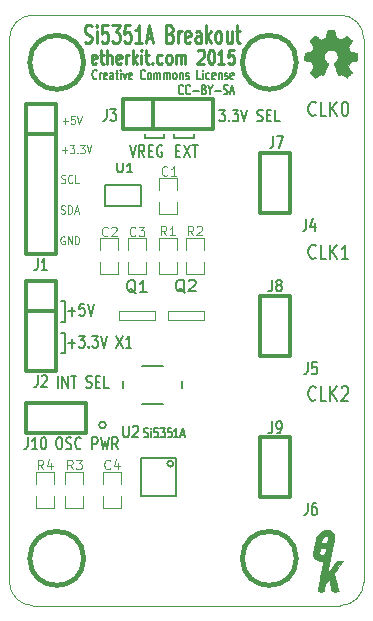
<source format=gbr>
G04 #@! TF.FileFunction,Legend,Top*
%FSLAX46Y46*%
G04 Gerber Fmt 4.6, Leading zero omitted, Abs format (unit mm)*
G04 Created by KiCad (PCBNEW 0.201505041002+5641~23~ubuntu14.04.1-product) date Wed 08 Jul 2015 08:46:07 AM PDT*
%MOMM*%
G01*
G04 APERTURE LIST*
%ADD10C,0.200000*%
%ADD11C,0.175000*%
%ADD12C,0.120000*%
%ADD13C,0.150000*%
%ADD14C,0.220000*%
%ADD15C,0.250000*%
%ADD16C,0.100000*%
%ADD17C,0.099060*%
%ADD18C,0.304800*%
%ADD19C,0.381000*%
%ADD20C,0.002540*%
%ADD21C,0.119380*%
%ADD22C,0.127000*%
%ADD23C,0.129540*%
G04 APERTURE END LIST*
D10*
D11*
X104142857Y-85752381D02*
X104295238Y-85752381D01*
X104371429Y-85800000D01*
X104447619Y-85895238D01*
X104485714Y-86085714D01*
X104485714Y-86419048D01*
X104447619Y-86609524D01*
X104371429Y-86704762D01*
X104295238Y-86752381D01*
X104142857Y-86752381D01*
X104066667Y-86704762D01*
X103990476Y-86609524D01*
X103952381Y-86419048D01*
X103952381Y-86085714D01*
X103990476Y-85895238D01*
X104066667Y-85800000D01*
X104142857Y-85752381D01*
X104790476Y-86704762D02*
X104904762Y-86752381D01*
X105095238Y-86752381D01*
X105171428Y-86704762D01*
X105209524Y-86657143D01*
X105247619Y-86561905D01*
X105247619Y-86466667D01*
X105209524Y-86371429D01*
X105171428Y-86323810D01*
X105095238Y-86276190D01*
X104942857Y-86228571D01*
X104866666Y-86180952D01*
X104828571Y-86133333D01*
X104790476Y-86038095D01*
X104790476Y-85942857D01*
X104828571Y-85847619D01*
X104866666Y-85800000D01*
X104942857Y-85752381D01*
X105133333Y-85752381D01*
X105247619Y-85800000D01*
X106047619Y-86657143D02*
X106009524Y-86704762D01*
X105895238Y-86752381D01*
X105819048Y-86752381D01*
X105704762Y-86704762D01*
X105628571Y-86609524D01*
X105590476Y-86514286D01*
X105552381Y-86323810D01*
X105552381Y-86180952D01*
X105590476Y-85990476D01*
X105628571Y-85895238D01*
X105704762Y-85800000D01*
X105819048Y-85752381D01*
X105895238Y-85752381D01*
X106009524Y-85800000D01*
X106047619Y-85847619D01*
X107000000Y-86752381D02*
X107000000Y-85752381D01*
X107304762Y-85752381D01*
X107380953Y-85800000D01*
X107419048Y-85847619D01*
X107457143Y-85942857D01*
X107457143Y-86085714D01*
X107419048Y-86180952D01*
X107380953Y-86228571D01*
X107304762Y-86276190D01*
X107000000Y-86276190D01*
X107723810Y-85752381D02*
X107914286Y-86752381D01*
X108066667Y-86038095D01*
X108219048Y-86752381D01*
X108409524Y-85752381D01*
X109171429Y-86752381D02*
X108904762Y-86276190D01*
X108714286Y-86752381D02*
X108714286Y-85752381D01*
X109019048Y-85752381D01*
X109095239Y-85800000D01*
X109133334Y-85847619D01*
X109171429Y-85942857D01*
X109171429Y-86085714D01*
X109133334Y-86180952D01*
X109095239Y-86228571D01*
X109019048Y-86276190D01*
X108714286Y-86276190D01*
D10*
X115650000Y-60400000D02*
X115650000Y-60050000D01*
X113950000Y-60400000D02*
X115650000Y-60400000D01*
X113950000Y-60050000D02*
X113950000Y-60400000D01*
X113100000Y-60400000D02*
X113100000Y-60050000D01*
X111450000Y-60400000D02*
X113100000Y-60400000D01*
X111450000Y-60050000D02*
X111450000Y-60400000D01*
D11*
X104090476Y-81552381D02*
X104090476Y-80552381D01*
X104471428Y-81552381D02*
X104471428Y-80552381D01*
X104928571Y-81552381D01*
X104928571Y-80552381D01*
X105195237Y-80552381D02*
X105652380Y-80552381D01*
X105423809Y-81552381D02*
X105423809Y-80552381D01*
X106490476Y-81504762D02*
X106604762Y-81552381D01*
X106795238Y-81552381D01*
X106871428Y-81504762D01*
X106909524Y-81457143D01*
X106947619Y-81361905D01*
X106947619Y-81266667D01*
X106909524Y-81171429D01*
X106871428Y-81123810D01*
X106795238Y-81076190D01*
X106642857Y-81028571D01*
X106566666Y-80980952D01*
X106528571Y-80933333D01*
X106490476Y-80838095D01*
X106490476Y-80742857D01*
X106528571Y-80647619D01*
X106566666Y-80600000D01*
X106642857Y-80552381D01*
X106833333Y-80552381D01*
X106947619Y-80600000D01*
X107290476Y-81028571D02*
X107557143Y-81028571D01*
X107671429Y-81552381D02*
X107290476Y-81552381D01*
X107290476Y-80552381D01*
X107671429Y-80552381D01*
X108395239Y-81552381D02*
X108014286Y-81552381D01*
X108014286Y-80552381D01*
D10*
X104700000Y-78600000D02*
X104350000Y-78600000D01*
X104700000Y-76900000D02*
X104700000Y-78600000D01*
X104350000Y-76900000D02*
X104700000Y-76900000D01*
X104700000Y-75950000D02*
X104350000Y-75950000D01*
X104700000Y-74200000D02*
X104700000Y-75900000D01*
X104350000Y-74200000D02*
X104700000Y-74200000D01*
D11*
X104950000Y-77771429D02*
X105559524Y-77771429D01*
X105254762Y-78152381D02*
X105254762Y-77390476D01*
X105864286Y-77152381D02*
X106359524Y-77152381D01*
X106092857Y-77533333D01*
X106207143Y-77533333D01*
X106283333Y-77580952D01*
X106321429Y-77628571D01*
X106359524Y-77723810D01*
X106359524Y-77961905D01*
X106321429Y-78057143D01*
X106283333Y-78104762D01*
X106207143Y-78152381D01*
X105978571Y-78152381D01*
X105902381Y-78104762D01*
X105864286Y-78057143D01*
X106702381Y-78057143D02*
X106740476Y-78104762D01*
X106702381Y-78152381D01*
X106664286Y-78104762D01*
X106702381Y-78057143D01*
X106702381Y-78152381D01*
X107007143Y-77152381D02*
X107502381Y-77152381D01*
X107235714Y-77533333D01*
X107350000Y-77533333D01*
X107426190Y-77580952D01*
X107464286Y-77628571D01*
X107502381Y-77723810D01*
X107502381Y-77961905D01*
X107464286Y-78057143D01*
X107426190Y-78104762D01*
X107350000Y-78152381D01*
X107121428Y-78152381D01*
X107045238Y-78104762D01*
X107007143Y-78057143D01*
X107730952Y-77152381D02*
X107997619Y-78152381D01*
X108264286Y-77152381D01*
X104971429Y-75071429D02*
X105580953Y-75071429D01*
X105276191Y-75452381D02*
X105276191Y-74690476D01*
X106342858Y-74452381D02*
X105961905Y-74452381D01*
X105923810Y-74928571D01*
X105961905Y-74880952D01*
X106038096Y-74833333D01*
X106228572Y-74833333D01*
X106304762Y-74880952D01*
X106342858Y-74928571D01*
X106380953Y-75023810D01*
X106380953Y-75261905D01*
X106342858Y-75357143D01*
X106304762Y-75404762D01*
X106228572Y-75452381D01*
X106038096Y-75452381D01*
X105961905Y-75404762D01*
X105923810Y-75357143D01*
X106609524Y-74452381D02*
X106876191Y-75452381D01*
X107142858Y-74452381D01*
X117747619Y-58002381D02*
X118242857Y-58002381D01*
X117976190Y-58383333D01*
X118090476Y-58383333D01*
X118166666Y-58430952D01*
X118204762Y-58478571D01*
X118242857Y-58573810D01*
X118242857Y-58811905D01*
X118204762Y-58907143D01*
X118166666Y-58954762D01*
X118090476Y-59002381D01*
X117861904Y-59002381D01*
X117785714Y-58954762D01*
X117747619Y-58907143D01*
X118585714Y-58907143D02*
X118623809Y-58954762D01*
X118585714Y-59002381D01*
X118547619Y-58954762D01*
X118585714Y-58907143D01*
X118585714Y-59002381D01*
X118890476Y-58002381D02*
X119385714Y-58002381D01*
X119119047Y-58383333D01*
X119233333Y-58383333D01*
X119309523Y-58430952D01*
X119347619Y-58478571D01*
X119385714Y-58573810D01*
X119385714Y-58811905D01*
X119347619Y-58907143D01*
X119309523Y-58954762D01*
X119233333Y-59002381D01*
X119004761Y-59002381D01*
X118928571Y-58954762D01*
X118890476Y-58907143D01*
X119614285Y-58002381D02*
X119880952Y-59002381D01*
X120147619Y-58002381D01*
X120985714Y-58954762D02*
X121100000Y-59002381D01*
X121290476Y-59002381D01*
X121366666Y-58954762D01*
X121404762Y-58907143D01*
X121442857Y-58811905D01*
X121442857Y-58716667D01*
X121404762Y-58621429D01*
X121366666Y-58573810D01*
X121290476Y-58526190D01*
X121138095Y-58478571D01*
X121061904Y-58430952D01*
X121023809Y-58383333D01*
X120985714Y-58288095D01*
X120985714Y-58192857D01*
X121023809Y-58097619D01*
X121061904Y-58050000D01*
X121138095Y-58002381D01*
X121328571Y-58002381D01*
X121442857Y-58050000D01*
X121785714Y-58478571D02*
X122052381Y-58478571D01*
X122166667Y-59002381D02*
X121785714Y-59002381D01*
X121785714Y-58002381D01*
X122166667Y-58002381D01*
X122890477Y-59002381D02*
X122509524Y-59002381D01*
X122509524Y-58002381D01*
X114092857Y-61478571D02*
X114359524Y-61478571D01*
X114473810Y-62002381D02*
X114092857Y-62002381D01*
X114092857Y-61002381D01*
X114473810Y-61002381D01*
X114740477Y-61002381D02*
X115273810Y-62002381D01*
X115273810Y-61002381D02*
X114740477Y-62002381D01*
X115464286Y-61002381D02*
X115921429Y-61002381D01*
X115692858Y-62002381D02*
X115692858Y-61002381D01*
X110171428Y-61002381D02*
X110438095Y-62002381D01*
X110704762Y-61002381D01*
X111428571Y-62002381D02*
X111161904Y-61526190D01*
X110971428Y-62002381D02*
X110971428Y-61002381D01*
X111276190Y-61002381D01*
X111352381Y-61050000D01*
X111390476Y-61097619D01*
X111428571Y-61192857D01*
X111428571Y-61335714D01*
X111390476Y-61430952D01*
X111352381Y-61478571D01*
X111276190Y-61526190D01*
X110971428Y-61526190D01*
X111771428Y-61478571D02*
X112038095Y-61478571D01*
X112152381Y-62002381D02*
X111771428Y-62002381D01*
X111771428Y-61002381D01*
X112152381Y-61002381D01*
X112914286Y-61050000D02*
X112838095Y-61002381D01*
X112723810Y-61002381D01*
X112609524Y-61050000D01*
X112533333Y-61145238D01*
X112495238Y-61240476D01*
X112457143Y-61430952D01*
X112457143Y-61573810D01*
X112495238Y-61764286D01*
X112533333Y-61859524D01*
X112609524Y-61954762D01*
X112723810Y-62002381D01*
X112800000Y-62002381D01*
X112914286Y-61954762D01*
X112952381Y-61907143D01*
X112952381Y-61573810D01*
X112800000Y-61573810D01*
D12*
X104492857Y-58950000D02*
X104950000Y-58950000D01*
X104721429Y-59216667D02*
X104721429Y-58683333D01*
X105521428Y-58516667D02*
X105235714Y-58516667D01*
X105207143Y-58850000D01*
X105235714Y-58816667D01*
X105292857Y-58783333D01*
X105435714Y-58783333D01*
X105492857Y-58816667D01*
X105521428Y-58850000D01*
X105550000Y-58916667D01*
X105550000Y-59083333D01*
X105521428Y-59150000D01*
X105492857Y-59183333D01*
X105435714Y-59216667D01*
X105292857Y-59216667D01*
X105235714Y-59183333D01*
X105207143Y-59150000D01*
X105721429Y-58516667D02*
X105921429Y-59216667D01*
X106121429Y-58516667D01*
D13*
X107385714Y-55350714D02*
X107357143Y-55388810D01*
X107271429Y-55426905D01*
X107214286Y-55426905D01*
X107128571Y-55388810D01*
X107071429Y-55312619D01*
X107042857Y-55236429D01*
X107014286Y-55084048D01*
X107014286Y-54969762D01*
X107042857Y-54817381D01*
X107071429Y-54741190D01*
X107128571Y-54665000D01*
X107214286Y-54626905D01*
X107271429Y-54626905D01*
X107357143Y-54665000D01*
X107385714Y-54703095D01*
X107642857Y-55426905D02*
X107642857Y-54893571D01*
X107642857Y-55045952D02*
X107671429Y-54969762D01*
X107700000Y-54931667D01*
X107757143Y-54893571D01*
X107814286Y-54893571D01*
X108242858Y-55388810D02*
X108185715Y-55426905D01*
X108071429Y-55426905D01*
X108014286Y-55388810D01*
X107985715Y-55312619D01*
X107985715Y-55007857D01*
X108014286Y-54931667D01*
X108071429Y-54893571D01*
X108185715Y-54893571D01*
X108242858Y-54931667D01*
X108271429Y-55007857D01*
X108271429Y-55084048D01*
X107985715Y-55160238D01*
X108785715Y-55426905D02*
X108785715Y-55007857D01*
X108757144Y-54931667D01*
X108700001Y-54893571D01*
X108585715Y-54893571D01*
X108528572Y-54931667D01*
X108785715Y-55388810D02*
X108728572Y-55426905D01*
X108585715Y-55426905D01*
X108528572Y-55388810D01*
X108500001Y-55312619D01*
X108500001Y-55236429D01*
X108528572Y-55160238D01*
X108585715Y-55122143D01*
X108728572Y-55122143D01*
X108785715Y-55084048D01*
X108985715Y-54893571D02*
X109214286Y-54893571D01*
X109071429Y-54626905D02*
X109071429Y-55312619D01*
X109100001Y-55388810D01*
X109157143Y-55426905D01*
X109214286Y-55426905D01*
X109414286Y-55426905D02*
X109414286Y-54893571D01*
X109414286Y-54626905D02*
X109385715Y-54665000D01*
X109414286Y-54703095D01*
X109442858Y-54665000D01*
X109414286Y-54626905D01*
X109414286Y-54703095D01*
X109642857Y-54893571D02*
X109785714Y-55426905D01*
X109928572Y-54893571D01*
X110385715Y-55388810D02*
X110328572Y-55426905D01*
X110214286Y-55426905D01*
X110157143Y-55388810D01*
X110128572Y-55312619D01*
X110128572Y-55007857D01*
X110157143Y-54931667D01*
X110214286Y-54893571D01*
X110328572Y-54893571D01*
X110385715Y-54931667D01*
X110414286Y-55007857D01*
X110414286Y-55084048D01*
X110128572Y-55160238D01*
X111471429Y-55350714D02*
X111442858Y-55388810D01*
X111357144Y-55426905D01*
X111300001Y-55426905D01*
X111214286Y-55388810D01*
X111157144Y-55312619D01*
X111128572Y-55236429D01*
X111100001Y-55084048D01*
X111100001Y-54969762D01*
X111128572Y-54817381D01*
X111157144Y-54741190D01*
X111214286Y-54665000D01*
X111300001Y-54626905D01*
X111357144Y-54626905D01*
X111442858Y-54665000D01*
X111471429Y-54703095D01*
X111814286Y-55426905D02*
X111757144Y-55388810D01*
X111728572Y-55350714D01*
X111700001Y-55274524D01*
X111700001Y-55045952D01*
X111728572Y-54969762D01*
X111757144Y-54931667D01*
X111814286Y-54893571D01*
X111900001Y-54893571D01*
X111957144Y-54931667D01*
X111985715Y-54969762D01*
X112014286Y-55045952D01*
X112014286Y-55274524D01*
X111985715Y-55350714D01*
X111957144Y-55388810D01*
X111900001Y-55426905D01*
X111814286Y-55426905D01*
X112271429Y-55426905D02*
X112271429Y-54893571D01*
X112271429Y-54969762D02*
X112300001Y-54931667D01*
X112357143Y-54893571D01*
X112442858Y-54893571D01*
X112500001Y-54931667D01*
X112528572Y-55007857D01*
X112528572Y-55426905D01*
X112528572Y-55007857D02*
X112557143Y-54931667D01*
X112614286Y-54893571D01*
X112700001Y-54893571D01*
X112757143Y-54931667D01*
X112785715Y-55007857D01*
X112785715Y-55426905D01*
X113071429Y-55426905D02*
X113071429Y-54893571D01*
X113071429Y-54969762D02*
X113100001Y-54931667D01*
X113157143Y-54893571D01*
X113242858Y-54893571D01*
X113300001Y-54931667D01*
X113328572Y-55007857D01*
X113328572Y-55426905D01*
X113328572Y-55007857D02*
X113357143Y-54931667D01*
X113414286Y-54893571D01*
X113500001Y-54893571D01*
X113557143Y-54931667D01*
X113585715Y-55007857D01*
X113585715Y-55426905D01*
X113957143Y-55426905D02*
X113900001Y-55388810D01*
X113871429Y-55350714D01*
X113842858Y-55274524D01*
X113842858Y-55045952D01*
X113871429Y-54969762D01*
X113900001Y-54931667D01*
X113957143Y-54893571D01*
X114042858Y-54893571D01*
X114100001Y-54931667D01*
X114128572Y-54969762D01*
X114157143Y-55045952D01*
X114157143Y-55274524D01*
X114128572Y-55350714D01*
X114100001Y-55388810D01*
X114042858Y-55426905D01*
X113957143Y-55426905D01*
X114414286Y-54893571D02*
X114414286Y-55426905D01*
X114414286Y-54969762D02*
X114442858Y-54931667D01*
X114500000Y-54893571D01*
X114585715Y-54893571D01*
X114642858Y-54931667D01*
X114671429Y-55007857D01*
X114671429Y-55426905D01*
X114928572Y-55388810D02*
X114985715Y-55426905D01*
X115100000Y-55426905D01*
X115157143Y-55388810D01*
X115185715Y-55312619D01*
X115185715Y-55274524D01*
X115157143Y-55198333D01*
X115100000Y-55160238D01*
X115014286Y-55160238D01*
X114957143Y-55122143D01*
X114928572Y-55045952D01*
X114928572Y-55007857D01*
X114957143Y-54931667D01*
X115014286Y-54893571D01*
X115100000Y-54893571D01*
X115157143Y-54931667D01*
X116185714Y-55426905D02*
X115900000Y-55426905D01*
X115900000Y-54626905D01*
X116385714Y-55426905D02*
X116385714Y-54893571D01*
X116385714Y-54626905D02*
X116357143Y-54665000D01*
X116385714Y-54703095D01*
X116414286Y-54665000D01*
X116385714Y-54626905D01*
X116385714Y-54703095D01*
X116928571Y-55388810D02*
X116871428Y-55426905D01*
X116757142Y-55426905D01*
X116700000Y-55388810D01*
X116671428Y-55350714D01*
X116642857Y-55274524D01*
X116642857Y-55045952D01*
X116671428Y-54969762D01*
X116700000Y-54931667D01*
X116757142Y-54893571D01*
X116871428Y-54893571D01*
X116928571Y-54931667D01*
X117414286Y-55388810D02*
X117357143Y-55426905D01*
X117242857Y-55426905D01*
X117185714Y-55388810D01*
X117157143Y-55312619D01*
X117157143Y-55007857D01*
X117185714Y-54931667D01*
X117242857Y-54893571D01*
X117357143Y-54893571D01*
X117414286Y-54931667D01*
X117442857Y-55007857D01*
X117442857Y-55084048D01*
X117157143Y-55160238D01*
X117700000Y-54893571D02*
X117700000Y-55426905D01*
X117700000Y-54969762D02*
X117728572Y-54931667D01*
X117785714Y-54893571D01*
X117871429Y-54893571D01*
X117928572Y-54931667D01*
X117957143Y-55007857D01*
X117957143Y-55426905D01*
X118214286Y-55388810D02*
X118271429Y-55426905D01*
X118385714Y-55426905D01*
X118442857Y-55388810D01*
X118471429Y-55312619D01*
X118471429Y-55274524D01*
X118442857Y-55198333D01*
X118385714Y-55160238D01*
X118300000Y-55160238D01*
X118242857Y-55122143D01*
X118214286Y-55045952D01*
X118214286Y-55007857D01*
X118242857Y-54931667D01*
X118300000Y-54893571D01*
X118385714Y-54893571D01*
X118442857Y-54931667D01*
X118957143Y-55388810D02*
X118900000Y-55426905D01*
X118785714Y-55426905D01*
X118728571Y-55388810D01*
X118700000Y-55312619D01*
X118700000Y-55007857D01*
X118728571Y-54931667D01*
X118785714Y-54893571D01*
X118900000Y-54893571D01*
X118957143Y-54931667D01*
X118985714Y-55007857D01*
X118985714Y-55084048D01*
X118700000Y-55160238D01*
X114699999Y-56620714D02*
X114671428Y-56658810D01*
X114585714Y-56696905D01*
X114528571Y-56696905D01*
X114442856Y-56658810D01*
X114385714Y-56582619D01*
X114357142Y-56506429D01*
X114328571Y-56354048D01*
X114328571Y-56239762D01*
X114357142Y-56087381D01*
X114385714Y-56011190D01*
X114442856Y-55935000D01*
X114528571Y-55896905D01*
X114585714Y-55896905D01*
X114671428Y-55935000D01*
X114699999Y-55973095D01*
X115299999Y-56620714D02*
X115271428Y-56658810D01*
X115185714Y-56696905D01*
X115128571Y-56696905D01*
X115042856Y-56658810D01*
X114985714Y-56582619D01*
X114957142Y-56506429D01*
X114928571Y-56354048D01*
X114928571Y-56239762D01*
X114957142Y-56087381D01*
X114985714Y-56011190D01*
X115042856Y-55935000D01*
X115128571Y-55896905D01*
X115185714Y-55896905D01*
X115271428Y-55935000D01*
X115299999Y-55973095D01*
X115557142Y-56392143D02*
X116014285Y-56392143D01*
X116499999Y-56277857D02*
X116585713Y-56315952D01*
X116614285Y-56354048D01*
X116642856Y-56430238D01*
X116642856Y-56544524D01*
X116614285Y-56620714D01*
X116585713Y-56658810D01*
X116528571Y-56696905D01*
X116299999Y-56696905D01*
X116299999Y-55896905D01*
X116499999Y-55896905D01*
X116557142Y-55935000D01*
X116585713Y-55973095D01*
X116614285Y-56049286D01*
X116614285Y-56125476D01*
X116585713Y-56201667D01*
X116557142Y-56239762D01*
X116499999Y-56277857D01*
X116299999Y-56277857D01*
X117014285Y-56315952D02*
X117014285Y-56696905D01*
X116814285Y-55896905D02*
X117014285Y-56315952D01*
X117214285Y-55896905D01*
X117414285Y-56392143D02*
X117871428Y-56392143D01*
X118128571Y-56658810D02*
X118214285Y-56696905D01*
X118357142Y-56696905D01*
X118414285Y-56658810D01*
X118442856Y-56620714D01*
X118471428Y-56544524D01*
X118471428Y-56468333D01*
X118442856Y-56392143D01*
X118414285Y-56354048D01*
X118357142Y-56315952D01*
X118242856Y-56277857D01*
X118185714Y-56239762D01*
X118157142Y-56201667D01*
X118128571Y-56125476D01*
X118128571Y-56049286D01*
X118157142Y-55973095D01*
X118185714Y-55935000D01*
X118242856Y-55896905D01*
X118385714Y-55896905D01*
X118471428Y-55935000D01*
X118700000Y-56468333D02*
X118985714Y-56468333D01*
X118642857Y-56696905D02*
X118842857Y-55896905D01*
X119042857Y-56696905D01*
D14*
X107342857Y-54085714D02*
X107257143Y-54142857D01*
X107085714Y-54142857D01*
X107000000Y-54085714D01*
X106957143Y-53971429D01*
X106957143Y-53514286D01*
X107000000Y-53400000D01*
X107085714Y-53342857D01*
X107257143Y-53342857D01*
X107342857Y-53400000D01*
X107385714Y-53514286D01*
X107385714Y-53628571D01*
X106957143Y-53742857D01*
X107642857Y-53342857D02*
X107985714Y-53342857D01*
X107771429Y-52942857D02*
X107771429Y-53971429D01*
X107814286Y-54085714D01*
X107900000Y-54142857D01*
X107985714Y-54142857D01*
X108285715Y-54142857D02*
X108285715Y-52942857D01*
X108671429Y-54142857D02*
X108671429Y-53514286D01*
X108628572Y-53400000D01*
X108542858Y-53342857D01*
X108414286Y-53342857D01*
X108328572Y-53400000D01*
X108285715Y-53457143D01*
X109442858Y-54085714D02*
X109357144Y-54142857D01*
X109185715Y-54142857D01*
X109100001Y-54085714D01*
X109057144Y-53971429D01*
X109057144Y-53514286D01*
X109100001Y-53400000D01*
X109185715Y-53342857D01*
X109357144Y-53342857D01*
X109442858Y-53400000D01*
X109485715Y-53514286D01*
X109485715Y-53628571D01*
X109057144Y-53742857D01*
X109871430Y-54142857D02*
X109871430Y-53342857D01*
X109871430Y-53571429D02*
X109914287Y-53457143D01*
X109957144Y-53400000D01*
X110042858Y-53342857D01*
X110128573Y-53342857D01*
X110428573Y-54142857D02*
X110428573Y-52942857D01*
X110514287Y-53685714D02*
X110771430Y-54142857D01*
X110771430Y-53342857D02*
X110428573Y-53800000D01*
X111157144Y-54142857D02*
X111157144Y-53342857D01*
X111157144Y-52942857D02*
X111114287Y-53000000D01*
X111157144Y-53057143D01*
X111200001Y-53000000D01*
X111157144Y-52942857D01*
X111157144Y-53057143D01*
X111457143Y-53342857D02*
X111800000Y-53342857D01*
X111585715Y-52942857D02*
X111585715Y-53971429D01*
X111628572Y-54085714D01*
X111714286Y-54142857D01*
X111800000Y-54142857D01*
X112100001Y-54028571D02*
X112142858Y-54085714D01*
X112100001Y-54142857D01*
X112057144Y-54085714D01*
X112100001Y-54028571D01*
X112100001Y-54142857D01*
X112914286Y-54085714D02*
X112828572Y-54142857D01*
X112657143Y-54142857D01*
X112571429Y-54085714D01*
X112528572Y-54028571D01*
X112485715Y-53914286D01*
X112485715Y-53571429D01*
X112528572Y-53457143D01*
X112571429Y-53400000D01*
X112657143Y-53342857D01*
X112828572Y-53342857D01*
X112914286Y-53400000D01*
X113428572Y-54142857D02*
X113342858Y-54085714D01*
X113300001Y-54028571D01*
X113257144Y-53914286D01*
X113257144Y-53571429D01*
X113300001Y-53457143D01*
X113342858Y-53400000D01*
X113428572Y-53342857D01*
X113557144Y-53342857D01*
X113642858Y-53400000D01*
X113685715Y-53457143D01*
X113728572Y-53571429D01*
X113728572Y-53914286D01*
X113685715Y-54028571D01*
X113642858Y-54085714D01*
X113557144Y-54142857D01*
X113428572Y-54142857D01*
X114114287Y-54142857D02*
X114114287Y-53342857D01*
X114114287Y-53457143D02*
X114157144Y-53400000D01*
X114242858Y-53342857D01*
X114371430Y-53342857D01*
X114457144Y-53400000D01*
X114500001Y-53514286D01*
X114500001Y-54142857D01*
X114500001Y-53514286D02*
X114542858Y-53400000D01*
X114628572Y-53342857D01*
X114757144Y-53342857D01*
X114842858Y-53400000D01*
X114885715Y-53514286D01*
X114885715Y-54142857D01*
X115957144Y-53057143D02*
X116000001Y-53000000D01*
X116085715Y-52942857D01*
X116300001Y-52942857D01*
X116385715Y-53000000D01*
X116428572Y-53057143D01*
X116471429Y-53171429D01*
X116471429Y-53285714D01*
X116428572Y-53457143D01*
X115914286Y-54142857D01*
X116471429Y-54142857D01*
X117028572Y-52942857D02*
X117114287Y-52942857D01*
X117200001Y-53000000D01*
X117242858Y-53057143D01*
X117285715Y-53171429D01*
X117328572Y-53400000D01*
X117328572Y-53685714D01*
X117285715Y-53914286D01*
X117242858Y-54028571D01*
X117200001Y-54085714D01*
X117114287Y-54142857D01*
X117028572Y-54142857D01*
X116942858Y-54085714D01*
X116900001Y-54028571D01*
X116857144Y-53914286D01*
X116814287Y-53685714D01*
X116814287Y-53400000D01*
X116857144Y-53171429D01*
X116900001Y-53057143D01*
X116942858Y-53000000D01*
X117028572Y-52942857D01*
X118185715Y-54142857D02*
X117671430Y-54142857D01*
X117928572Y-54142857D02*
X117928572Y-52942857D01*
X117842858Y-53114286D01*
X117757144Y-53228571D01*
X117671430Y-53285714D01*
X119000001Y-52942857D02*
X118571430Y-52942857D01*
X118528573Y-53514286D01*
X118571430Y-53457143D01*
X118657144Y-53400000D01*
X118871430Y-53400000D01*
X118957144Y-53457143D01*
X119000001Y-53514286D01*
X119042858Y-53628571D01*
X119042858Y-53914286D01*
X119000001Y-54028571D01*
X118957144Y-54085714D01*
X118871430Y-54142857D01*
X118657144Y-54142857D01*
X118571430Y-54085714D01*
X118528573Y-54028571D01*
D12*
X104442857Y-61450000D02*
X104900000Y-61450000D01*
X104671429Y-61716667D02*
X104671429Y-61183333D01*
X105128571Y-61016667D02*
X105500000Y-61016667D01*
X105300000Y-61283333D01*
X105385714Y-61283333D01*
X105442857Y-61316667D01*
X105471428Y-61350000D01*
X105500000Y-61416667D01*
X105500000Y-61583333D01*
X105471428Y-61650000D01*
X105442857Y-61683333D01*
X105385714Y-61716667D01*
X105214286Y-61716667D01*
X105157143Y-61683333D01*
X105128571Y-61650000D01*
X105757143Y-61650000D02*
X105785715Y-61683333D01*
X105757143Y-61716667D01*
X105728572Y-61683333D01*
X105757143Y-61650000D01*
X105757143Y-61716667D01*
X105985714Y-61016667D02*
X106357143Y-61016667D01*
X106157143Y-61283333D01*
X106242857Y-61283333D01*
X106300000Y-61316667D01*
X106328571Y-61350000D01*
X106357143Y-61416667D01*
X106357143Y-61583333D01*
X106328571Y-61650000D01*
X106300000Y-61683333D01*
X106242857Y-61716667D01*
X106071429Y-61716667D01*
X106014286Y-61683333D01*
X105985714Y-61650000D01*
X106528572Y-61016667D02*
X106728572Y-61716667D01*
X106928572Y-61016667D01*
X104385715Y-64183333D02*
X104471429Y-64216667D01*
X104614286Y-64216667D01*
X104671429Y-64183333D01*
X104700000Y-64150000D01*
X104728572Y-64083333D01*
X104728572Y-64016667D01*
X104700000Y-63950000D01*
X104671429Y-63916667D01*
X104614286Y-63883333D01*
X104500000Y-63850000D01*
X104442858Y-63816667D01*
X104414286Y-63783333D01*
X104385715Y-63716667D01*
X104385715Y-63650000D01*
X104414286Y-63583333D01*
X104442858Y-63550000D01*
X104500000Y-63516667D01*
X104642858Y-63516667D01*
X104728572Y-63550000D01*
X105328572Y-64150000D02*
X105300001Y-64183333D01*
X105214287Y-64216667D01*
X105157144Y-64216667D01*
X105071429Y-64183333D01*
X105014287Y-64116667D01*
X104985715Y-64050000D01*
X104957144Y-63916667D01*
X104957144Y-63816667D01*
X104985715Y-63683333D01*
X105014287Y-63616667D01*
X105071429Y-63550000D01*
X105157144Y-63516667D01*
X105214287Y-63516667D01*
X105300001Y-63550000D01*
X105328572Y-63583333D01*
X105871429Y-64216667D02*
X105585715Y-64216667D01*
X105585715Y-63516667D01*
X104371429Y-66783333D02*
X104457143Y-66816667D01*
X104600000Y-66816667D01*
X104657143Y-66783333D01*
X104685714Y-66750000D01*
X104714286Y-66683333D01*
X104714286Y-66616667D01*
X104685714Y-66550000D01*
X104657143Y-66516667D01*
X104600000Y-66483333D01*
X104485714Y-66450000D01*
X104428572Y-66416667D01*
X104400000Y-66383333D01*
X104371429Y-66316667D01*
X104371429Y-66250000D01*
X104400000Y-66183333D01*
X104428572Y-66150000D01*
X104485714Y-66116667D01*
X104628572Y-66116667D01*
X104714286Y-66150000D01*
X104971429Y-66816667D02*
X104971429Y-66116667D01*
X105114286Y-66116667D01*
X105200001Y-66150000D01*
X105257143Y-66216667D01*
X105285715Y-66283333D01*
X105314286Y-66416667D01*
X105314286Y-66516667D01*
X105285715Y-66650000D01*
X105257143Y-66716667D01*
X105200001Y-66783333D01*
X105114286Y-66816667D01*
X104971429Y-66816667D01*
X105542858Y-66616667D02*
X105828572Y-66616667D01*
X105485715Y-66816667D02*
X105685715Y-66116667D01*
X105885715Y-66816667D01*
X104642858Y-68750000D02*
X104585715Y-68716667D01*
X104500001Y-68716667D01*
X104414286Y-68750000D01*
X104357144Y-68816667D01*
X104328572Y-68883333D01*
X104300001Y-69016667D01*
X104300001Y-69116667D01*
X104328572Y-69250000D01*
X104357144Y-69316667D01*
X104414286Y-69383333D01*
X104500001Y-69416667D01*
X104557144Y-69416667D01*
X104642858Y-69383333D01*
X104671429Y-69350000D01*
X104671429Y-69116667D01*
X104557144Y-69116667D01*
X104928572Y-69416667D02*
X104928572Y-68716667D01*
X105271429Y-69416667D01*
X105271429Y-68716667D01*
X105557143Y-69416667D02*
X105557143Y-68716667D01*
X105700000Y-68716667D01*
X105785715Y-68750000D01*
X105842857Y-68816667D01*
X105871429Y-68883333D01*
X105900000Y-69016667D01*
X105900000Y-69116667D01*
X105871429Y-69250000D01*
X105842857Y-69316667D01*
X105785715Y-69383333D01*
X105700000Y-69416667D01*
X105557143Y-69416667D01*
D10*
X125928572Y-58428571D02*
X125880953Y-58485714D01*
X125738096Y-58542857D01*
X125642858Y-58542857D01*
X125500000Y-58485714D01*
X125404762Y-58371429D01*
X125357143Y-58257143D01*
X125309524Y-58028571D01*
X125309524Y-57857143D01*
X125357143Y-57628571D01*
X125404762Y-57514286D01*
X125500000Y-57400000D01*
X125642858Y-57342857D01*
X125738096Y-57342857D01*
X125880953Y-57400000D01*
X125928572Y-57457143D01*
X126833334Y-58542857D02*
X126357143Y-58542857D01*
X126357143Y-57342857D01*
X127166667Y-58542857D02*
X127166667Y-57342857D01*
X127738096Y-58542857D02*
X127309524Y-57857143D01*
X127738096Y-57342857D02*
X127166667Y-58028571D01*
X128357143Y-57342857D02*
X128452382Y-57342857D01*
X128547620Y-57400000D01*
X128595239Y-57457143D01*
X128642858Y-57571429D01*
X128690477Y-57800000D01*
X128690477Y-58085714D01*
X128642858Y-58314286D01*
X128595239Y-58428571D01*
X128547620Y-58485714D01*
X128452382Y-58542857D01*
X128357143Y-58542857D01*
X128261905Y-58485714D01*
X128214286Y-58428571D01*
X128166667Y-58314286D01*
X128119048Y-58085714D01*
X128119048Y-57800000D01*
X128166667Y-57571429D01*
X128214286Y-57457143D01*
X128261905Y-57400000D01*
X128357143Y-57342857D01*
X125928572Y-70528571D02*
X125880953Y-70585714D01*
X125738096Y-70642857D01*
X125642858Y-70642857D01*
X125500000Y-70585714D01*
X125404762Y-70471429D01*
X125357143Y-70357143D01*
X125309524Y-70128571D01*
X125309524Y-69957143D01*
X125357143Y-69728571D01*
X125404762Y-69614286D01*
X125500000Y-69500000D01*
X125642858Y-69442857D01*
X125738096Y-69442857D01*
X125880953Y-69500000D01*
X125928572Y-69557143D01*
X126833334Y-70642857D02*
X126357143Y-70642857D01*
X126357143Y-69442857D01*
X127166667Y-70642857D02*
X127166667Y-69442857D01*
X127738096Y-70642857D02*
X127309524Y-69957143D01*
X127738096Y-69442857D02*
X127166667Y-70128571D01*
X128690477Y-70642857D02*
X128119048Y-70642857D01*
X128404762Y-70642857D02*
X128404762Y-69442857D01*
X128309524Y-69614286D01*
X128214286Y-69728571D01*
X128119048Y-69785714D01*
X125928572Y-82528571D02*
X125880953Y-82585714D01*
X125738096Y-82642857D01*
X125642858Y-82642857D01*
X125500000Y-82585714D01*
X125404762Y-82471429D01*
X125357143Y-82357143D01*
X125309524Y-82128571D01*
X125309524Y-81957143D01*
X125357143Y-81728571D01*
X125404762Y-81614286D01*
X125500000Y-81500000D01*
X125642858Y-81442857D01*
X125738096Y-81442857D01*
X125880953Y-81500000D01*
X125928572Y-81557143D01*
X126833334Y-82642857D02*
X126357143Y-82642857D01*
X126357143Y-81442857D01*
X127166667Y-82642857D02*
X127166667Y-81442857D01*
X127738096Y-82642857D02*
X127309524Y-81957143D01*
X127738096Y-81442857D02*
X127166667Y-82128571D01*
X128119048Y-81557143D02*
X128166667Y-81500000D01*
X128261905Y-81442857D01*
X128500001Y-81442857D01*
X128595239Y-81500000D01*
X128642858Y-81557143D01*
X128690477Y-81671429D01*
X128690477Y-81785714D01*
X128642858Y-81957143D01*
X128071429Y-82642857D01*
X128690477Y-82642857D01*
D15*
X106376190Y-52307143D02*
X106519047Y-52378571D01*
X106757143Y-52378571D01*
X106852381Y-52307143D01*
X106900000Y-52235714D01*
X106947619Y-52092857D01*
X106947619Y-51950000D01*
X106900000Y-51807143D01*
X106852381Y-51735714D01*
X106757143Y-51664286D01*
X106566666Y-51592857D01*
X106471428Y-51521429D01*
X106423809Y-51450000D01*
X106376190Y-51307143D01*
X106376190Y-51164286D01*
X106423809Y-51021429D01*
X106471428Y-50950000D01*
X106566666Y-50878571D01*
X106804762Y-50878571D01*
X106947619Y-50950000D01*
X107376190Y-52378571D02*
X107376190Y-51378571D01*
X107376190Y-50878571D02*
X107328571Y-50950000D01*
X107376190Y-51021429D01*
X107423809Y-50950000D01*
X107376190Y-50878571D01*
X107376190Y-51021429D01*
X108328571Y-50878571D02*
X107852380Y-50878571D01*
X107804761Y-51592857D01*
X107852380Y-51521429D01*
X107947618Y-51450000D01*
X108185714Y-51450000D01*
X108280952Y-51521429D01*
X108328571Y-51592857D01*
X108376190Y-51735714D01*
X108376190Y-52092857D01*
X108328571Y-52235714D01*
X108280952Y-52307143D01*
X108185714Y-52378571D01*
X107947618Y-52378571D01*
X107852380Y-52307143D01*
X107804761Y-52235714D01*
X108709523Y-50878571D02*
X109328571Y-50878571D01*
X108995237Y-51450000D01*
X109138095Y-51450000D01*
X109233333Y-51521429D01*
X109280952Y-51592857D01*
X109328571Y-51735714D01*
X109328571Y-52092857D01*
X109280952Y-52235714D01*
X109233333Y-52307143D01*
X109138095Y-52378571D01*
X108852380Y-52378571D01*
X108757142Y-52307143D01*
X108709523Y-52235714D01*
X110233333Y-50878571D02*
X109757142Y-50878571D01*
X109709523Y-51592857D01*
X109757142Y-51521429D01*
X109852380Y-51450000D01*
X110090476Y-51450000D01*
X110185714Y-51521429D01*
X110233333Y-51592857D01*
X110280952Y-51735714D01*
X110280952Y-52092857D01*
X110233333Y-52235714D01*
X110185714Y-52307143D01*
X110090476Y-52378571D01*
X109852380Y-52378571D01*
X109757142Y-52307143D01*
X109709523Y-52235714D01*
X111233333Y-52378571D02*
X110661904Y-52378571D01*
X110947618Y-52378571D02*
X110947618Y-50878571D01*
X110852380Y-51092857D01*
X110757142Y-51235714D01*
X110661904Y-51307143D01*
X111614285Y-51950000D02*
X112090476Y-51950000D01*
X111519047Y-52378571D02*
X111852380Y-50878571D01*
X112185714Y-52378571D01*
X113614286Y-51592857D02*
X113757143Y-51664286D01*
X113804762Y-51735714D01*
X113852381Y-51878571D01*
X113852381Y-52092857D01*
X113804762Y-52235714D01*
X113757143Y-52307143D01*
X113661905Y-52378571D01*
X113280952Y-52378571D01*
X113280952Y-50878571D01*
X113614286Y-50878571D01*
X113709524Y-50950000D01*
X113757143Y-51021429D01*
X113804762Y-51164286D01*
X113804762Y-51307143D01*
X113757143Y-51450000D01*
X113709524Y-51521429D01*
X113614286Y-51592857D01*
X113280952Y-51592857D01*
X114280952Y-52378571D02*
X114280952Y-51378571D01*
X114280952Y-51664286D02*
X114328571Y-51521429D01*
X114376190Y-51450000D01*
X114471428Y-51378571D01*
X114566667Y-51378571D01*
X115280953Y-52307143D02*
X115185715Y-52378571D01*
X114995238Y-52378571D01*
X114900000Y-52307143D01*
X114852381Y-52164286D01*
X114852381Y-51592857D01*
X114900000Y-51450000D01*
X114995238Y-51378571D01*
X115185715Y-51378571D01*
X115280953Y-51450000D01*
X115328572Y-51592857D01*
X115328572Y-51735714D01*
X114852381Y-51878571D01*
X116185715Y-52378571D02*
X116185715Y-51592857D01*
X116138096Y-51450000D01*
X116042858Y-51378571D01*
X115852381Y-51378571D01*
X115757143Y-51450000D01*
X116185715Y-52307143D02*
X116090477Y-52378571D01*
X115852381Y-52378571D01*
X115757143Y-52307143D01*
X115709524Y-52164286D01*
X115709524Y-52021429D01*
X115757143Y-51878571D01*
X115852381Y-51807143D01*
X116090477Y-51807143D01*
X116185715Y-51735714D01*
X116661905Y-52378571D02*
X116661905Y-50878571D01*
X116757143Y-51807143D02*
X117042858Y-52378571D01*
X117042858Y-51378571D02*
X116661905Y-51950000D01*
X117614286Y-52378571D02*
X117519048Y-52307143D01*
X117471429Y-52235714D01*
X117423810Y-52092857D01*
X117423810Y-51664286D01*
X117471429Y-51521429D01*
X117519048Y-51450000D01*
X117614286Y-51378571D01*
X117757144Y-51378571D01*
X117852382Y-51450000D01*
X117900001Y-51521429D01*
X117947620Y-51664286D01*
X117947620Y-52092857D01*
X117900001Y-52235714D01*
X117852382Y-52307143D01*
X117757144Y-52378571D01*
X117614286Y-52378571D01*
X118804763Y-51378571D02*
X118804763Y-52378571D01*
X118376191Y-51378571D02*
X118376191Y-52164286D01*
X118423810Y-52307143D01*
X118519048Y-52378571D01*
X118661906Y-52378571D01*
X118757144Y-52307143D01*
X118804763Y-52235714D01*
X119138096Y-51378571D02*
X119519048Y-51378571D01*
X119280953Y-50878571D02*
X119280953Y-52164286D01*
X119328572Y-52307143D01*
X119423810Y-52378571D01*
X119519048Y-52378571D01*
D16*
X128000000Y-100000000D02*
G75*
G03X130000000Y-98000000I0J2000000D01*
G01*
X100000000Y-98000000D02*
G75*
G03X102000000Y-100000000I2000000J0D01*
G01*
X130000000Y-52000000D02*
G75*
G03X128000000Y-50000000I-2000000J0D01*
G01*
X102000000Y-50000000D02*
G75*
G03X100000000Y-52000000I0J-2000000D01*
G01*
X128000000Y-50000000D02*
X102000000Y-50000000D01*
X130000000Y-98000000D02*
X130000000Y-52000000D01*
X102000000Y-100000000D02*
X128000000Y-100000000D01*
X100000000Y-52000000D02*
X100000000Y-98000000D01*
D17*
X112688000Y-64792000D02*
X112688000Y-63776000D01*
X112688000Y-63776000D02*
X114212000Y-63776000D01*
X114212000Y-63776000D02*
X114212000Y-64792000D01*
X114212000Y-65808000D02*
X114212000Y-66824000D01*
X114212000Y-66824000D02*
X112688000Y-66824000D01*
X112688000Y-66824000D02*
X112688000Y-65808000D01*
D18*
X121230000Y-61660000D02*
X123770000Y-61660000D01*
X123770000Y-61660000D02*
X123770000Y-66740000D01*
X123770000Y-66740000D02*
X121230000Y-66740000D01*
X121230000Y-66740000D02*
X121230000Y-61660000D01*
D17*
X112638000Y-69892000D02*
X112638000Y-68876000D01*
X112638000Y-68876000D02*
X114162000Y-68876000D01*
X114162000Y-68876000D02*
X114162000Y-69892000D01*
X114162000Y-70908000D02*
X114162000Y-71924000D01*
X114162000Y-71924000D02*
X112638000Y-71924000D01*
X112638000Y-71924000D02*
X112638000Y-70908000D01*
X114938000Y-69892000D02*
X114938000Y-68876000D01*
X114938000Y-68876000D02*
X116462000Y-68876000D01*
X116462000Y-68876000D02*
X116462000Y-69892000D01*
X116462000Y-70908000D02*
X116462000Y-71924000D01*
X116462000Y-71924000D02*
X114938000Y-71924000D01*
X114938000Y-71924000D02*
X114938000Y-70908000D01*
D19*
X106286000Y-54000000D02*
G75*
G03X106286000Y-54000000I-2286000J0D01*
G01*
X124286000Y-54000000D02*
G75*
G03X124286000Y-54000000I-2286000J0D01*
G01*
X106286000Y-96000000D02*
G75*
G03X106286000Y-96000000I-2286000J0D01*
G01*
X124286000Y-96000000D02*
G75*
G03X124286000Y-96000000I-2286000J0D01*
G01*
D20*
G36*
X125851260Y-55298980D02*
X125874120Y-55286280D01*
X125927460Y-55253260D01*
X126001120Y-55205000D01*
X126090020Y-55146580D01*
X126176380Y-55085620D01*
X126250040Y-55037360D01*
X126300840Y-55004340D01*
X126321160Y-54994180D01*
X126333860Y-54996720D01*
X126374500Y-55017040D01*
X126435460Y-55050060D01*
X126471020Y-55067840D01*
X126526900Y-55090700D01*
X126554840Y-55095780D01*
X126559920Y-55088160D01*
X126580240Y-55047520D01*
X126610720Y-54973860D01*
X126653900Y-54877340D01*
X126702160Y-54763040D01*
X126752960Y-54641120D01*
X126806300Y-54519200D01*
X126854560Y-54399820D01*
X126897740Y-54293140D01*
X126933300Y-54206780D01*
X126956160Y-54145820D01*
X126963780Y-54120420D01*
X126961240Y-54115340D01*
X126933300Y-54087400D01*
X126885040Y-54051840D01*
X126780900Y-53965480D01*
X126676760Y-53835940D01*
X126613260Y-53688620D01*
X126590400Y-53523520D01*
X126608180Y-53373660D01*
X126669140Y-53228880D01*
X126770740Y-53096800D01*
X126895200Y-53000280D01*
X127037440Y-52936780D01*
X127200000Y-52916460D01*
X127354940Y-52934240D01*
X127502260Y-52992660D01*
X127634340Y-53094260D01*
X127690220Y-53157760D01*
X127766420Y-53289840D01*
X127809600Y-53432080D01*
X127814680Y-53467640D01*
X127807060Y-53625120D01*
X127761340Y-53774980D01*
X127680060Y-53907060D01*
X127565760Y-54018820D01*
X127550520Y-54028980D01*
X127497180Y-54067080D01*
X127461620Y-54095020D01*
X127433680Y-54117880D01*
X127631800Y-54597940D01*
X127664820Y-54674140D01*
X127718160Y-54803680D01*
X127766420Y-54917980D01*
X127807060Y-55006880D01*
X127832460Y-55067840D01*
X127845160Y-55090700D01*
X127845160Y-55093240D01*
X127862940Y-55095780D01*
X127898500Y-55083080D01*
X127967080Y-55050060D01*
X128010260Y-55027200D01*
X128061060Y-55001800D01*
X128083920Y-54994180D01*
X128104240Y-55004340D01*
X128152500Y-55034820D01*
X128223620Y-55083080D01*
X128309980Y-55141500D01*
X128391260Y-55197380D01*
X128464920Y-55245640D01*
X128520800Y-55281200D01*
X128546200Y-55296440D01*
X128551280Y-55296440D01*
X128574140Y-55283740D01*
X128617320Y-55245640D01*
X128683360Y-55184680D01*
X128774800Y-55093240D01*
X128790040Y-55080540D01*
X128866240Y-55001800D01*
X128927200Y-54938300D01*
X128967840Y-54892580D01*
X128983080Y-54869720D01*
X128983080Y-54869720D01*
X128970380Y-54844320D01*
X128934820Y-54790980D01*
X128886560Y-54714780D01*
X128825600Y-54625880D01*
X128665580Y-54394740D01*
X128754480Y-54176300D01*
X128779880Y-54110260D01*
X128815440Y-54028980D01*
X128840840Y-53973100D01*
X128853540Y-53947700D01*
X128876400Y-53937540D01*
X128934820Y-53924840D01*
X129021180Y-53907060D01*
X129125320Y-53886740D01*
X129224380Y-53868960D01*
X129310740Y-53851180D01*
X129376780Y-53838480D01*
X129404720Y-53833400D01*
X129412340Y-53830860D01*
X129417420Y-53815620D01*
X129419960Y-53785140D01*
X129422500Y-53731800D01*
X129425040Y-53647980D01*
X129425040Y-53523520D01*
X129425040Y-53510820D01*
X129422500Y-53393980D01*
X129422500Y-53300000D01*
X129417420Y-53241580D01*
X129414880Y-53216180D01*
X129414880Y-53216180D01*
X129386940Y-53211100D01*
X129323440Y-53195860D01*
X129234540Y-53180620D01*
X129130400Y-53160300D01*
X129122780Y-53157760D01*
X129018640Y-53137440D01*
X128929740Y-53119660D01*
X128868780Y-53104420D01*
X128840840Y-53096800D01*
X128835760Y-53089180D01*
X128815440Y-53048540D01*
X128784960Y-52982500D01*
X128749400Y-52903760D01*
X128716380Y-52819940D01*
X128685900Y-52746280D01*
X128665580Y-52690400D01*
X128660500Y-52665000D01*
X128660500Y-52665000D01*
X128675740Y-52639600D01*
X128711300Y-52586260D01*
X128762100Y-52510060D01*
X128825600Y-52421160D01*
X128828140Y-52413540D01*
X128889100Y-52324640D01*
X128939900Y-52248440D01*
X128970380Y-52195100D01*
X128983080Y-52172240D01*
X128983080Y-52169700D01*
X128962760Y-52144300D01*
X128917040Y-52093500D01*
X128853540Y-52024920D01*
X128774800Y-51946180D01*
X128749400Y-51920780D01*
X128663040Y-51836960D01*
X128604620Y-51781080D01*
X128566520Y-51753140D01*
X128548740Y-51745520D01*
X128548740Y-51745520D01*
X128520800Y-51763300D01*
X128464920Y-51798860D01*
X128388720Y-51852200D01*
X128297280Y-51913160D01*
X128292200Y-51915700D01*
X128203300Y-51976660D01*
X128129640Y-52027460D01*
X128076300Y-52063020D01*
X128053440Y-52075720D01*
X128048360Y-52075720D01*
X128012800Y-52065560D01*
X127949300Y-52042700D01*
X127873100Y-52012220D01*
X127789280Y-51979200D01*
X127715620Y-51948720D01*
X127659740Y-51923320D01*
X127631800Y-51908080D01*
X127631800Y-51905540D01*
X127621640Y-51875060D01*
X127606400Y-51809020D01*
X127588620Y-51717580D01*
X127568300Y-51608360D01*
X127563220Y-51590580D01*
X127542900Y-51483900D01*
X127527660Y-51397540D01*
X127514960Y-51336580D01*
X127507340Y-51311180D01*
X127492100Y-51308640D01*
X127441300Y-51303560D01*
X127362560Y-51301020D01*
X127266040Y-51301020D01*
X127166980Y-51301020D01*
X127067920Y-51303560D01*
X126984100Y-51306100D01*
X126925680Y-51311180D01*
X126900280Y-51316260D01*
X126897740Y-51316260D01*
X126890120Y-51349280D01*
X126874880Y-51415320D01*
X126857100Y-51509300D01*
X126834240Y-51618520D01*
X126831700Y-51636300D01*
X126811380Y-51742980D01*
X126793600Y-51829340D01*
X126780900Y-51890300D01*
X126773280Y-51913160D01*
X126765660Y-51918240D01*
X126719940Y-51936020D01*
X126648820Y-51966500D01*
X126562460Y-52002060D01*
X126359260Y-52083340D01*
X126107800Y-51913160D01*
X126084940Y-51897920D01*
X125996040Y-51836960D01*
X125922380Y-51786160D01*
X125871580Y-51753140D01*
X125848720Y-51742980D01*
X125848720Y-51742980D01*
X125823320Y-51765840D01*
X125772520Y-51811560D01*
X125706480Y-51877600D01*
X125627740Y-51956340D01*
X125569320Y-52012220D01*
X125500740Y-52083340D01*
X125455020Y-52131600D01*
X125432160Y-52162080D01*
X125424540Y-52179860D01*
X125427080Y-52192560D01*
X125442320Y-52217960D01*
X125477880Y-52271300D01*
X125531220Y-52347500D01*
X125592180Y-52436400D01*
X125640440Y-52510060D01*
X125696320Y-52593880D01*
X125731880Y-52654840D01*
X125742040Y-52682780D01*
X125739500Y-52695480D01*
X125721720Y-52743740D01*
X125693780Y-52817400D01*
X125655680Y-52906300D01*
X125569320Y-53104420D01*
X125439780Y-53129820D01*
X125361040Y-53142520D01*
X125249280Y-53165380D01*
X125145140Y-53185700D01*
X124980040Y-53216180D01*
X124974960Y-53818160D01*
X125000360Y-53828320D01*
X125025760Y-53835940D01*
X125086720Y-53848640D01*
X125173080Y-53866420D01*
X125274680Y-53886740D01*
X125361040Y-53901980D01*
X125449940Y-53919760D01*
X125513440Y-53932460D01*
X125541380Y-53937540D01*
X125549000Y-53947700D01*
X125569320Y-53988340D01*
X125602340Y-54056920D01*
X125635360Y-54138200D01*
X125670920Y-54222020D01*
X125701400Y-54300760D01*
X125724260Y-54359180D01*
X125731880Y-54392200D01*
X125719180Y-54415060D01*
X125686160Y-54465860D01*
X125637900Y-54539520D01*
X125579480Y-54625880D01*
X125518520Y-54714780D01*
X125467720Y-54788440D01*
X125434700Y-54841780D01*
X125419460Y-54867180D01*
X125427080Y-54884960D01*
X125460100Y-54925600D01*
X125526140Y-54994180D01*
X125625200Y-55090700D01*
X125640440Y-55105940D01*
X125719180Y-55182140D01*
X125785220Y-55243100D01*
X125830940Y-55283740D01*
X125851260Y-55298980D01*
X125851260Y-55298980D01*
G37*
X125851260Y-55298980D02*
X125874120Y-55286280D01*
X125927460Y-55253260D01*
X126001120Y-55205000D01*
X126090020Y-55146580D01*
X126176380Y-55085620D01*
X126250040Y-55037360D01*
X126300840Y-55004340D01*
X126321160Y-54994180D01*
X126333860Y-54996720D01*
X126374500Y-55017040D01*
X126435460Y-55050060D01*
X126471020Y-55067840D01*
X126526900Y-55090700D01*
X126554840Y-55095780D01*
X126559920Y-55088160D01*
X126580240Y-55047520D01*
X126610720Y-54973860D01*
X126653900Y-54877340D01*
X126702160Y-54763040D01*
X126752960Y-54641120D01*
X126806300Y-54519200D01*
X126854560Y-54399820D01*
X126897740Y-54293140D01*
X126933300Y-54206780D01*
X126956160Y-54145820D01*
X126963780Y-54120420D01*
X126961240Y-54115340D01*
X126933300Y-54087400D01*
X126885040Y-54051840D01*
X126780900Y-53965480D01*
X126676760Y-53835940D01*
X126613260Y-53688620D01*
X126590400Y-53523520D01*
X126608180Y-53373660D01*
X126669140Y-53228880D01*
X126770740Y-53096800D01*
X126895200Y-53000280D01*
X127037440Y-52936780D01*
X127200000Y-52916460D01*
X127354940Y-52934240D01*
X127502260Y-52992660D01*
X127634340Y-53094260D01*
X127690220Y-53157760D01*
X127766420Y-53289840D01*
X127809600Y-53432080D01*
X127814680Y-53467640D01*
X127807060Y-53625120D01*
X127761340Y-53774980D01*
X127680060Y-53907060D01*
X127565760Y-54018820D01*
X127550520Y-54028980D01*
X127497180Y-54067080D01*
X127461620Y-54095020D01*
X127433680Y-54117880D01*
X127631800Y-54597940D01*
X127664820Y-54674140D01*
X127718160Y-54803680D01*
X127766420Y-54917980D01*
X127807060Y-55006880D01*
X127832460Y-55067840D01*
X127845160Y-55090700D01*
X127845160Y-55093240D01*
X127862940Y-55095780D01*
X127898500Y-55083080D01*
X127967080Y-55050060D01*
X128010260Y-55027200D01*
X128061060Y-55001800D01*
X128083920Y-54994180D01*
X128104240Y-55004340D01*
X128152500Y-55034820D01*
X128223620Y-55083080D01*
X128309980Y-55141500D01*
X128391260Y-55197380D01*
X128464920Y-55245640D01*
X128520800Y-55281200D01*
X128546200Y-55296440D01*
X128551280Y-55296440D01*
X128574140Y-55283740D01*
X128617320Y-55245640D01*
X128683360Y-55184680D01*
X128774800Y-55093240D01*
X128790040Y-55080540D01*
X128866240Y-55001800D01*
X128927200Y-54938300D01*
X128967840Y-54892580D01*
X128983080Y-54869720D01*
X128983080Y-54869720D01*
X128970380Y-54844320D01*
X128934820Y-54790980D01*
X128886560Y-54714780D01*
X128825600Y-54625880D01*
X128665580Y-54394740D01*
X128754480Y-54176300D01*
X128779880Y-54110260D01*
X128815440Y-54028980D01*
X128840840Y-53973100D01*
X128853540Y-53947700D01*
X128876400Y-53937540D01*
X128934820Y-53924840D01*
X129021180Y-53907060D01*
X129125320Y-53886740D01*
X129224380Y-53868960D01*
X129310740Y-53851180D01*
X129376780Y-53838480D01*
X129404720Y-53833400D01*
X129412340Y-53830860D01*
X129417420Y-53815620D01*
X129419960Y-53785140D01*
X129422500Y-53731800D01*
X129425040Y-53647980D01*
X129425040Y-53523520D01*
X129425040Y-53510820D01*
X129422500Y-53393980D01*
X129422500Y-53300000D01*
X129417420Y-53241580D01*
X129414880Y-53216180D01*
X129414880Y-53216180D01*
X129386940Y-53211100D01*
X129323440Y-53195860D01*
X129234540Y-53180620D01*
X129130400Y-53160300D01*
X129122780Y-53157760D01*
X129018640Y-53137440D01*
X128929740Y-53119660D01*
X128868780Y-53104420D01*
X128840840Y-53096800D01*
X128835760Y-53089180D01*
X128815440Y-53048540D01*
X128784960Y-52982500D01*
X128749400Y-52903760D01*
X128716380Y-52819940D01*
X128685900Y-52746280D01*
X128665580Y-52690400D01*
X128660500Y-52665000D01*
X128660500Y-52665000D01*
X128675740Y-52639600D01*
X128711300Y-52586260D01*
X128762100Y-52510060D01*
X128825600Y-52421160D01*
X128828140Y-52413540D01*
X128889100Y-52324640D01*
X128939900Y-52248440D01*
X128970380Y-52195100D01*
X128983080Y-52172240D01*
X128983080Y-52169700D01*
X128962760Y-52144300D01*
X128917040Y-52093500D01*
X128853540Y-52024920D01*
X128774800Y-51946180D01*
X128749400Y-51920780D01*
X128663040Y-51836960D01*
X128604620Y-51781080D01*
X128566520Y-51753140D01*
X128548740Y-51745520D01*
X128548740Y-51745520D01*
X128520800Y-51763300D01*
X128464920Y-51798860D01*
X128388720Y-51852200D01*
X128297280Y-51913160D01*
X128292200Y-51915700D01*
X128203300Y-51976660D01*
X128129640Y-52027460D01*
X128076300Y-52063020D01*
X128053440Y-52075720D01*
X128048360Y-52075720D01*
X128012800Y-52065560D01*
X127949300Y-52042700D01*
X127873100Y-52012220D01*
X127789280Y-51979200D01*
X127715620Y-51948720D01*
X127659740Y-51923320D01*
X127631800Y-51908080D01*
X127631800Y-51905540D01*
X127621640Y-51875060D01*
X127606400Y-51809020D01*
X127588620Y-51717580D01*
X127568300Y-51608360D01*
X127563220Y-51590580D01*
X127542900Y-51483900D01*
X127527660Y-51397540D01*
X127514960Y-51336580D01*
X127507340Y-51311180D01*
X127492100Y-51308640D01*
X127441300Y-51303560D01*
X127362560Y-51301020D01*
X127266040Y-51301020D01*
X127166980Y-51301020D01*
X127067920Y-51303560D01*
X126984100Y-51306100D01*
X126925680Y-51311180D01*
X126900280Y-51316260D01*
X126897740Y-51316260D01*
X126890120Y-51349280D01*
X126874880Y-51415320D01*
X126857100Y-51509300D01*
X126834240Y-51618520D01*
X126831700Y-51636300D01*
X126811380Y-51742980D01*
X126793600Y-51829340D01*
X126780900Y-51890300D01*
X126773280Y-51913160D01*
X126765660Y-51918240D01*
X126719940Y-51936020D01*
X126648820Y-51966500D01*
X126562460Y-52002060D01*
X126359260Y-52083340D01*
X126107800Y-51913160D01*
X126084940Y-51897920D01*
X125996040Y-51836960D01*
X125922380Y-51786160D01*
X125871580Y-51753140D01*
X125848720Y-51742980D01*
X125848720Y-51742980D01*
X125823320Y-51765840D01*
X125772520Y-51811560D01*
X125706480Y-51877600D01*
X125627740Y-51956340D01*
X125569320Y-52012220D01*
X125500740Y-52083340D01*
X125455020Y-52131600D01*
X125432160Y-52162080D01*
X125424540Y-52179860D01*
X125427080Y-52192560D01*
X125442320Y-52217960D01*
X125477880Y-52271300D01*
X125531220Y-52347500D01*
X125592180Y-52436400D01*
X125640440Y-52510060D01*
X125696320Y-52593880D01*
X125731880Y-52654840D01*
X125742040Y-52682780D01*
X125739500Y-52695480D01*
X125721720Y-52743740D01*
X125693780Y-52817400D01*
X125655680Y-52906300D01*
X125569320Y-53104420D01*
X125439780Y-53129820D01*
X125361040Y-53142520D01*
X125249280Y-53165380D01*
X125145140Y-53185700D01*
X124980040Y-53216180D01*
X124974960Y-53818160D01*
X125000360Y-53828320D01*
X125025760Y-53835940D01*
X125086720Y-53848640D01*
X125173080Y-53866420D01*
X125274680Y-53886740D01*
X125361040Y-53901980D01*
X125449940Y-53919760D01*
X125513440Y-53932460D01*
X125541380Y-53937540D01*
X125549000Y-53947700D01*
X125569320Y-53988340D01*
X125602340Y-54056920D01*
X125635360Y-54138200D01*
X125670920Y-54222020D01*
X125701400Y-54300760D01*
X125724260Y-54359180D01*
X125731880Y-54392200D01*
X125719180Y-54415060D01*
X125686160Y-54465860D01*
X125637900Y-54539520D01*
X125579480Y-54625880D01*
X125518520Y-54714780D01*
X125467720Y-54788440D01*
X125434700Y-54841780D01*
X125419460Y-54867180D01*
X125427080Y-54884960D01*
X125460100Y-54925600D01*
X125526140Y-54994180D01*
X125625200Y-55090700D01*
X125640440Y-55105940D01*
X125719180Y-55182140D01*
X125785220Y-55243100D01*
X125830940Y-55283740D01*
X125851260Y-55298980D01*
G36*
X127581660Y-98806040D02*
X127622300Y-98806040D01*
X127749300Y-98803500D01*
X127833120Y-98798420D01*
X127863600Y-98790800D01*
X127858520Y-98770480D01*
X127840740Y-98699360D01*
X127807720Y-98579980D01*
X127767080Y-98425040D01*
X127716280Y-98239620D01*
X127617220Y-97878940D01*
X127563880Y-97688440D01*
X127520700Y-97520800D01*
X127485140Y-97391260D01*
X127462280Y-97302360D01*
X127454660Y-97266800D01*
X127454660Y-97264260D01*
X127482600Y-97223620D01*
X127541020Y-97142340D01*
X127627380Y-97030580D01*
X127734060Y-96895960D01*
X127855980Y-96743560D01*
X128257300Y-96248260D01*
X127744220Y-96248260D01*
X127322580Y-96789280D01*
X127266700Y-96857860D01*
X127149860Y-97007720D01*
X127048260Y-97137260D01*
X126966980Y-97238860D01*
X126916180Y-97302360D01*
X126895860Y-97325220D01*
X126898400Y-97309980D01*
X126911100Y-97238860D01*
X126933960Y-97119480D01*
X126964440Y-96959460D01*
X127002540Y-96761340D01*
X127045720Y-96537820D01*
X127093980Y-96293980D01*
X127127000Y-96121260D01*
X127175260Y-95887580D01*
X127215900Y-95679300D01*
X127248920Y-95501500D01*
X127274320Y-95364340D01*
X127292100Y-95275440D01*
X127297180Y-95237340D01*
X127297180Y-95229720D01*
X127284480Y-95219560D01*
X127246380Y-95214480D01*
X127170180Y-95214480D01*
X127043180Y-95214480D01*
X126789180Y-95219560D01*
X126763780Y-95344020D01*
X126735840Y-95460860D01*
X126695200Y-95544680D01*
X126636780Y-95613260D01*
X126596140Y-95648820D01*
X126525020Y-95686920D01*
X126436120Y-95697080D01*
X126431040Y-95697080D01*
X126359920Y-95686920D01*
X126301500Y-95648820D01*
X126291340Y-95638660D01*
X126253240Y-95590400D01*
X126238000Y-95531980D01*
X126245620Y-95440540D01*
X126268480Y-95305920D01*
X126288800Y-95214480D01*
X126304040Y-95138280D01*
X126309120Y-95107800D01*
X126324360Y-95105260D01*
X126390400Y-95105260D01*
X126464060Y-95102720D01*
X126464060Y-94676000D01*
X126413260Y-94670920D01*
X126395480Y-94663300D01*
X126392940Y-94650600D01*
X126398020Y-94635360D01*
X126413260Y-94569320D01*
X126433580Y-94475340D01*
X126443740Y-94434700D01*
X126471680Y-94335640D01*
X126499620Y-94267060D01*
X126507240Y-94254360D01*
X126578360Y-94175620D01*
X126674880Y-94127360D01*
X126779020Y-94112120D01*
X126867920Y-94132440D01*
X126931420Y-94193400D01*
X126933960Y-94198480D01*
X126951740Y-94287380D01*
X126946660Y-94411840D01*
X126923800Y-94551540D01*
X126895860Y-94668380D01*
X126641860Y-94673460D01*
X126558040Y-94676000D01*
X126464060Y-94676000D01*
X126464060Y-95102720D01*
X126502160Y-95102720D01*
X126646940Y-95102720D01*
X126819660Y-95100180D01*
X127327660Y-95100180D01*
X127337820Y-95064620D01*
X127340360Y-95057000D01*
X127363220Y-94950320D01*
X127388620Y-94810620D01*
X127416560Y-94658220D01*
X127444500Y-94505820D01*
X127464820Y-94371200D01*
X127480060Y-94264520D01*
X127487680Y-94206100D01*
X127485140Y-94175620D01*
X127449580Y-93995280D01*
X127360680Y-93837800D01*
X127233680Y-93710800D01*
X127073660Y-93634600D01*
X127055880Y-93629520D01*
X126936500Y-93611740D01*
X126796800Y-93611740D01*
X126672340Y-93626980D01*
X126552960Y-93662540D01*
X126370080Y-93764140D01*
X126202440Y-93906380D01*
X126065280Y-94074020D01*
X125971300Y-94254360D01*
X125963680Y-94277220D01*
X125943360Y-94366120D01*
X125915420Y-94495660D01*
X125879860Y-94653140D01*
X125844300Y-94828400D01*
X125808740Y-95008740D01*
X125775720Y-95181460D01*
X125747780Y-95331320D01*
X125727460Y-95448160D01*
X125717300Y-95519280D01*
X125717300Y-95620880D01*
X125737620Y-95785980D01*
X125788420Y-95923140D01*
X125808740Y-95956160D01*
X125925580Y-96085700D01*
X126083060Y-96177140D01*
X126265940Y-96222860D01*
X126461520Y-96217780D01*
X126484380Y-96215240D01*
X126555500Y-96205080D01*
X126585980Y-96205080D01*
X126585980Y-96212700D01*
X126575820Y-96273660D01*
X126552960Y-96385420D01*
X126522480Y-96540360D01*
X126484380Y-96738480D01*
X126441200Y-96967080D01*
X126390400Y-97221080D01*
X126306580Y-97637640D01*
X126253240Y-97901800D01*
X126204980Y-98145640D01*
X126164340Y-98359000D01*
X126128780Y-98539340D01*
X126103380Y-98673960D01*
X126088140Y-98762860D01*
X126085600Y-98793340D01*
X126088140Y-98795880D01*
X126133860Y-98800960D01*
X126222760Y-98803500D01*
X126342140Y-98806040D01*
X126446280Y-98806040D01*
X126530100Y-98803500D01*
X126573280Y-98798420D01*
X126593600Y-98788260D01*
X126598680Y-98770480D01*
X126603760Y-98745080D01*
X126621540Y-98666340D01*
X126641860Y-98552040D01*
X126669800Y-98414880D01*
X126677420Y-98374240D01*
X126712980Y-98211680D01*
X126740920Y-98110080D01*
X126761240Y-98061820D01*
X126771400Y-98051660D01*
X126847600Y-97965300D01*
X126926340Y-97876400D01*
X127000000Y-97800200D01*
X127050800Y-97746860D01*
X127071120Y-97726540D01*
X127076200Y-97741780D01*
X127091440Y-97807820D01*
X127114300Y-97919580D01*
X127144780Y-98064360D01*
X127177800Y-98232000D01*
X127203200Y-98348840D01*
X127236220Y-98506320D01*
X127261620Y-98638400D01*
X127281940Y-98729840D01*
X127289560Y-98770480D01*
X127292100Y-98773020D01*
X127297180Y-98788260D01*
X127317500Y-98798420D01*
X127363220Y-98803500D01*
X127447040Y-98806040D01*
X127581660Y-98806040D01*
X127581660Y-98806040D01*
G37*
X127581660Y-98806040D02*
X127622300Y-98806040D01*
X127749300Y-98803500D01*
X127833120Y-98798420D01*
X127863600Y-98790800D01*
X127858520Y-98770480D01*
X127840740Y-98699360D01*
X127807720Y-98579980D01*
X127767080Y-98425040D01*
X127716280Y-98239620D01*
X127617220Y-97878940D01*
X127563880Y-97688440D01*
X127520700Y-97520800D01*
X127485140Y-97391260D01*
X127462280Y-97302360D01*
X127454660Y-97266800D01*
X127454660Y-97264260D01*
X127482600Y-97223620D01*
X127541020Y-97142340D01*
X127627380Y-97030580D01*
X127734060Y-96895960D01*
X127855980Y-96743560D01*
X128257300Y-96248260D01*
X127744220Y-96248260D01*
X127322580Y-96789280D01*
X127266700Y-96857860D01*
X127149860Y-97007720D01*
X127048260Y-97137260D01*
X126966980Y-97238860D01*
X126916180Y-97302360D01*
X126895860Y-97325220D01*
X126898400Y-97309980D01*
X126911100Y-97238860D01*
X126933960Y-97119480D01*
X126964440Y-96959460D01*
X127002540Y-96761340D01*
X127045720Y-96537820D01*
X127093980Y-96293980D01*
X127127000Y-96121260D01*
X127175260Y-95887580D01*
X127215900Y-95679300D01*
X127248920Y-95501500D01*
X127274320Y-95364340D01*
X127292100Y-95275440D01*
X127297180Y-95237340D01*
X127297180Y-95229720D01*
X127284480Y-95219560D01*
X127246380Y-95214480D01*
X127170180Y-95214480D01*
X127043180Y-95214480D01*
X126789180Y-95219560D01*
X126763780Y-95344020D01*
X126735840Y-95460860D01*
X126695200Y-95544680D01*
X126636780Y-95613260D01*
X126596140Y-95648820D01*
X126525020Y-95686920D01*
X126436120Y-95697080D01*
X126431040Y-95697080D01*
X126359920Y-95686920D01*
X126301500Y-95648820D01*
X126291340Y-95638660D01*
X126253240Y-95590400D01*
X126238000Y-95531980D01*
X126245620Y-95440540D01*
X126268480Y-95305920D01*
X126288800Y-95214480D01*
X126304040Y-95138280D01*
X126309120Y-95107800D01*
X126324360Y-95105260D01*
X126390400Y-95105260D01*
X126464060Y-95102720D01*
X126464060Y-94676000D01*
X126413260Y-94670920D01*
X126395480Y-94663300D01*
X126392940Y-94650600D01*
X126398020Y-94635360D01*
X126413260Y-94569320D01*
X126433580Y-94475340D01*
X126443740Y-94434700D01*
X126471680Y-94335640D01*
X126499620Y-94267060D01*
X126507240Y-94254360D01*
X126578360Y-94175620D01*
X126674880Y-94127360D01*
X126779020Y-94112120D01*
X126867920Y-94132440D01*
X126931420Y-94193400D01*
X126933960Y-94198480D01*
X126951740Y-94287380D01*
X126946660Y-94411840D01*
X126923800Y-94551540D01*
X126895860Y-94668380D01*
X126641860Y-94673460D01*
X126558040Y-94676000D01*
X126464060Y-94676000D01*
X126464060Y-95102720D01*
X126502160Y-95102720D01*
X126646940Y-95102720D01*
X126819660Y-95100180D01*
X127327660Y-95100180D01*
X127337820Y-95064620D01*
X127340360Y-95057000D01*
X127363220Y-94950320D01*
X127388620Y-94810620D01*
X127416560Y-94658220D01*
X127444500Y-94505820D01*
X127464820Y-94371200D01*
X127480060Y-94264520D01*
X127487680Y-94206100D01*
X127485140Y-94175620D01*
X127449580Y-93995280D01*
X127360680Y-93837800D01*
X127233680Y-93710800D01*
X127073660Y-93634600D01*
X127055880Y-93629520D01*
X126936500Y-93611740D01*
X126796800Y-93611740D01*
X126672340Y-93626980D01*
X126552960Y-93662540D01*
X126370080Y-93764140D01*
X126202440Y-93906380D01*
X126065280Y-94074020D01*
X125971300Y-94254360D01*
X125963680Y-94277220D01*
X125943360Y-94366120D01*
X125915420Y-94495660D01*
X125879860Y-94653140D01*
X125844300Y-94828400D01*
X125808740Y-95008740D01*
X125775720Y-95181460D01*
X125747780Y-95331320D01*
X125727460Y-95448160D01*
X125717300Y-95519280D01*
X125717300Y-95620880D01*
X125737620Y-95785980D01*
X125788420Y-95923140D01*
X125808740Y-95956160D01*
X125925580Y-96085700D01*
X126083060Y-96177140D01*
X126265940Y-96222860D01*
X126461520Y-96217780D01*
X126484380Y-96215240D01*
X126555500Y-96205080D01*
X126585980Y-96205080D01*
X126585980Y-96212700D01*
X126575820Y-96273660D01*
X126552960Y-96385420D01*
X126522480Y-96540360D01*
X126484380Y-96738480D01*
X126441200Y-96967080D01*
X126390400Y-97221080D01*
X126306580Y-97637640D01*
X126253240Y-97901800D01*
X126204980Y-98145640D01*
X126164340Y-98359000D01*
X126128780Y-98539340D01*
X126103380Y-98673960D01*
X126088140Y-98762860D01*
X126085600Y-98793340D01*
X126088140Y-98795880D01*
X126133860Y-98800960D01*
X126222760Y-98803500D01*
X126342140Y-98806040D01*
X126446280Y-98806040D01*
X126530100Y-98803500D01*
X126573280Y-98798420D01*
X126593600Y-98788260D01*
X126598680Y-98770480D01*
X126603760Y-98745080D01*
X126621540Y-98666340D01*
X126641860Y-98552040D01*
X126669800Y-98414880D01*
X126677420Y-98374240D01*
X126712980Y-98211680D01*
X126740920Y-98110080D01*
X126761240Y-98061820D01*
X126771400Y-98051660D01*
X126847600Y-97965300D01*
X126926340Y-97876400D01*
X127000000Y-97800200D01*
X127050800Y-97746860D01*
X127071120Y-97726540D01*
X127076200Y-97741780D01*
X127091440Y-97807820D01*
X127114300Y-97919580D01*
X127144780Y-98064360D01*
X127177800Y-98232000D01*
X127203200Y-98348840D01*
X127236220Y-98506320D01*
X127261620Y-98638400D01*
X127281940Y-98729840D01*
X127289560Y-98770480D01*
X127292100Y-98773020D01*
X127297180Y-98788260D01*
X127317500Y-98798420D01*
X127363220Y-98803500D01*
X127447040Y-98806040D01*
X127581660Y-98806040D01*
D17*
X107688000Y-69892000D02*
X107688000Y-68876000D01*
X107688000Y-68876000D02*
X109212000Y-68876000D01*
X109212000Y-68876000D02*
X109212000Y-69892000D01*
X109212000Y-70908000D02*
X109212000Y-71924000D01*
X109212000Y-71924000D02*
X107688000Y-71924000D01*
X107688000Y-71924000D02*
X107688000Y-70908000D01*
X110038000Y-69892000D02*
X110038000Y-68876000D01*
X110038000Y-68876000D02*
X111562000Y-68876000D01*
X111562000Y-68876000D02*
X111562000Y-69892000D01*
X111562000Y-70908000D02*
X111562000Y-71924000D01*
X111562000Y-71924000D02*
X110038000Y-71924000D01*
X110038000Y-71924000D02*
X110038000Y-70908000D01*
X107938000Y-89692000D02*
X107938000Y-88676000D01*
X107938000Y-88676000D02*
X109462000Y-88676000D01*
X109462000Y-88676000D02*
X109462000Y-89692000D01*
X109462000Y-90708000D02*
X109462000Y-91724000D01*
X109462000Y-91724000D02*
X107938000Y-91724000D01*
X107938000Y-91724000D02*
X107938000Y-90708000D01*
D18*
X101380000Y-57530000D02*
X103920000Y-57530000D01*
X103920000Y-57530000D02*
X103920000Y-70230000D01*
X103920000Y-70230000D02*
X101380000Y-70230000D01*
X101380000Y-70230000D02*
X101380000Y-57530000D01*
X101380000Y-60070000D02*
X103920000Y-60070000D01*
X101380000Y-72490000D02*
X103920000Y-72490000D01*
X103920000Y-72490000D02*
X103920000Y-80110000D01*
X103920000Y-80110000D02*
X101380000Y-80110000D01*
X101380000Y-80110000D02*
X101380000Y-72490000D01*
X103920000Y-75030000D02*
X101380000Y-75030000D01*
X109640000Y-59670000D02*
X109640000Y-57130000D01*
X109640000Y-57130000D02*
X117260000Y-57130000D01*
X117260000Y-57130000D02*
X117260000Y-59670000D01*
X117260000Y-59670000D02*
X109640000Y-59670000D01*
X112180000Y-57130000D02*
X112180000Y-59670000D01*
X121230000Y-73760000D02*
X123770000Y-73760000D01*
X123770000Y-73760000D02*
X123770000Y-78840000D01*
X123770000Y-78840000D02*
X121230000Y-78840000D01*
X121230000Y-78840000D02*
X121230000Y-73760000D01*
X121230000Y-85760000D02*
X123770000Y-85760000D01*
X123770000Y-85760000D02*
X123770000Y-90840000D01*
X123770000Y-90840000D02*
X121230000Y-90840000D01*
X121230000Y-90840000D02*
X121230000Y-85760000D01*
D21*
X112324000Y-75781000D02*
X109276000Y-75781000D01*
X109276000Y-75781000D02*
X109276000Y-75019000D01*
X109276000Y-75019000D02*
X112324000Y-75019000D01*
X112324000Y-75019000D02*
X112324000Y-75781000D01*
X116474000Y-75781000D02*
X113426000Y-75781000D01*
X113426000Y-75781000D02*
X113426000Y-75019000D01*
X113426000Y-75019000D02*
X116474000Y-75019000D01*
X116474000Y-75019000D02*
X116474000Y-75781000D01*
D17*
X104738000Y-89692000D02*
X104738000Y-88676000D01*
X104738000Y-88676000D02*
X106262000Y-88676000D01*
X106262000Y-88676000D02*
X106262000Y-89692000D01*
X106262000Y-90708000D02*
X106262000Y-91724000D01*
X106262000Y-91724000D02*
X104738000Y-91724000D01*
X104738000Y-91724000D02*
X104738000Y-90708000D01*
X102238000Y-89692000D02*
X102238000Y-88676000D01*
X102238000Y-88676000D02*
X103762000Y-88676000D01*
X103762000Y-88676000D02*
X103762000Y-89692000D01*
X103762000Y-90708000D02*
X103762000Y-91724000D01*
X103762000Y-91724000D02*
X102238000Y-91724000D01*
X102238000Y-91724000D02*
X102238000Y-90708000D01*
D22*
X108126000Y-66139000D02*
X108126000Y-64361000D01*
X108126000Y-64361000D02*
X111174000Y-64361000D01*
X111174000Y-64361000D02*
X111174000Y-66139000D01*
X111174000Y-66139000D02*
X108126000Y-66139000D01*
D13*
X111100000Y-90700000D02*
X114100000Y-90700000D01*
X114100000Y-90700000D02*
X114100000Y-87500000D01*
X114100000Y-87500000D02*
X111100000Y-87500000D01*
X111100000Y-87500000D02*
X111100000Y-90700000D01*
X113870000Y-87984000D02*
G75*
G03X113870000Y-87984000I-254000J0D01*
G01*
X108160044Y-84700000D02*
G75*
G03X108160044Y-84700000I-285044J0D01*
G01*
X111200000Y-79700000D02*
X113000000Y-79700000D01*
X111200000Y-82900000D02*
X113000000Y-82900000D01*
X114600000Y-81000000D02*
X114600000Y-81600000D01*
X109600000Y-81000000D02*
X109600000Y-81600000D01*
D18*
X101360000Y-85370000D02*
X101360000Y-82830000D01*
X101360000Y-82830000D02*
X106440000Y-82830000D01*
X106440000Y-82830000D02*
X106440000Y-85370000D01*
X106440000Y-85370000D02*
X101360000Y-85370000D01*
D12*
X113366667Y-63535714D02*
X113328572Y-63573810D01*
X113214286Y-63611905D01*
X113138096Y-63611905D01*
X113023810Y-63573810D01*
X112947619Y-63497619D01*
X112909524Y-63421429D01*
X112871429Y-63269048D01*
X112871429Y-63154762D01*
X112909524Y-63002381D01*
X112947619Y-62926190D01*
X113023810Y-62850000D01*
X113138096Y-62811905D01*
X113214286Y-62811905D01*
X113328572Y-62850000D01*
X113366667Y-62888095D01*
X114128572Y-63611905D02*
X113671429Y-63611905D01*
X113900000Y-63611905D02*
X113900000Y-62811905D01*
X113823810Y-62926190D01*
X113747619Y-63002381D01*
X113671429Y-63040476D01*
D10*
X122333334Y-60252381D02*
X122333334Y-60966667D01*
X122295238Y-61109524D01*
X122219048Y-61204762D01*
X122104762Y-61252381D01*
X122028572Y-61252381D01*
X122638096Y-60252381D02*
X123171429Y-60252381D01*
X122828572Y-61252381D01*
D12*
X113266667Y-68661905D02*
X113000000Y-68280952D01*
X112809524Y-68661905D02*
X112809524Y-67861905D01*
X113114286Y-67861905D01*
X113190477Y-67900000D01*
X113228572Y-67938095D01*
X113266667Y-68014286D01*
X113266667Y-68128571D01*
X113228572Y-68204762D01*
X113190477Y-68242857D01*
X113114286Y-68280952D01*
X112809524Y-68280952D01*
X114028572Y-68661905D02*
X113571429Y-68661905D01*
X113800000Y-68661905D02*
X113800000Y-67861905D01*
X113723810Y-67976190D01*
X113647619Y-68052381D01*
X113571429Y-68090476D01*
X115566667Y-68661905D02*
X115300000Y-68280952D01*
X115109524Y-68661905D02*
X115109524Y-67861905D01*
X115414286Y-67861905D01*
X115490477Y-67900000D01*
X115528572Y-67938095D01*
X115566667Y-68014286D01*
X115566667Y-68128571D01*
X115528572Y-68204762D01*
X115490477Y-68242857D01*
X115414286Y-68280952D01*
X115109524Y-68280952D01*
X115871429Y-67938095D02*
X115909524Y-67900000D01*
X115985715Y-67861905D01*
X116176191Y-67861905D01*
X116252381Y-67900000D01*
X116290477Y-67938095D01*
X116328572Y-68014286D01*
X116328572Y-68090476D01*
X116290477Y-68204762D01*
X115833334Y-68661905D01*
X116328572Y-68661905D01*
X108316667Y-68635714D02*
X108278572Y-68673810D01*
X108164286Y-68711905D01*
X108088096Y-68711905D01*
X107973810Y-68673810D01*
X107897619Y-68597619D01*
X107859524Y-68521429D01*
X107821429Y-68369048D01*
X107821429Y-68254762D01*
X107859524Y-68102381D01*
X107897619Y-68026190D01*
X107973810Y-67950000D01*
X108088096Y-67911905D01*
X108164286Y-67911905D01*
X108278572Y-67950000D01*
X108316667Y-67988095D01*
X108621429Y-67988095D02*
X108659524Y-67950000D01*
X108735715Y-67911905D01*
X108926191Y-67911905D01*
X109002381Y-67950000D01*
X109040477Y-67988095D01*
X109078572Y-68064286D01*
X109078572Y-68140476D01*
X109040477Y-68254762D01*
X108583334Y-68711905D01*
X109078572Y-68711905D01*
X110666667Y-68635714D02*
X110628572Y-68673810D01*
X110514286Y-68711905D01*
X110438096Y-68711905D01*
X110323810Y-68673810D01*
X110247619Y-68597619D01*
X110209524Y-68521429D01*
X110171429Y-68369048D01*
X110171429Y-68254762D01*
X110209524Y-68102381D01*
X110247619Y-68026190D01*
X110323810Y-67950000D01*
X110438096Y-67911905D01*
X110514286Y-67911905D01*
X110628572Y-67950000D01*
X110666667Y-67988095D01*
X110933334Y-67911905D02*
X111428572Y-67911905D01*
X111161905Y-68216667D01*
X111276191Y-68216667D01*
X111352381Y-68254762D01*
X111390477Y-68292857D01*
X111428572Y-68369048D01*
X111428572Y-68559524D01*
X111390477Y-68635714D01*
X111352381Y-68673810D01*
X111276191Y-68711905D01*
X111047619Y-68711905D01*
X110971429Y-68673810D01*
X110933334Y-68635714D01*
X108516667Y-88385714D02*
X108478572Y-88423810D01*
X108364286Y-88461905D01*
X108288096Y-88461905D01*
X108173810Y-88423810D01*
X108097619Y-88347619D01*
X108059524Y-88271429D01*
X108021429Y-88119048D01*
X108021429Y-88004762D01*
X108059524Y-87852381D01*
X108097619Y-87776190D01*
X108173810Y-87700000D01*
X108288096Y-87661905D01*
X108364286Y-87661905D01*
X108478572Y-87700000D01*
X108516667Y-87738095D01*
X109202381Y-87928571D02*
X109202381Y-88461905D01*
X109011905Y-87623810D02*
X108821429Y-88195238D01*
X109316667Y-88195238D01*
D10*
X102383334Y-70602381D02*
X102383334Y-71316667D01*
X102345238Y-71459524D01*
X102269048Y-71554762D01*
X102154762Y-71602381D01*
X102078572Y-71602381D01*
X103183334Y-71602381D02*
X102726191Y-71602381D01*
X102954762Y-71602381D02*
X102954762Y-70602381D01*
X102878572Y-70745238D01*
X102802381Y-70840476D01*
X102726191Y-70888095D01*
X102383334Y-80502381D02*
X102383334Y-81216667D01*
X102345238Y-81359524D01*
X102269048Y-81454762D01*
X102154762Y-81502381D01*
X102078572Y-81502381D01*
X102726191Y-80597619D02*
X102764286Y-80550000D01*
X102840477Y-80502381D01*
X103030953Y-80502381D01*
X103107143Y-80550000D01*
X103145239Y-80597619D01*
X103183334Y-80692857D01*
X103183334Y-80788095D01*
X103145239Y-80930952D01*
X102688096Y-81502381D01*
X103183334Y-81502381D01*
X108233334Y-57952381D02*
X108233334Y-58666667D01*
X108195238Y-58809524D01*
X108119048Y-58904762D01*
X108004762Y-58952381D01*
X107928572Y-58952381D01*
X108538096Y-57952381D02*
X109033334Y-57952381D01*
X108766667Y-58333333D01*
X108880953Y-58333333D01*
X108957143Y-58380952D01*
X108995239Y-58428571D01*
X109033334Y-58523810D01*
X109033334Y-58761905D01*
X108995239Y-58857143D01*
X108957143Y-58904762D01*
X108880953Y-58952381D01*
X108652381Y-58952381D01*
X108576191Y-58904762D01*
X108538096Y-58857143D01*
X125233334Y-79402381D02*
X125233334Y-80116667D01*
X125195238Y-80259524D01*
X125119048Y-80354762D01*
X125004762Y-80402381D01*
X124928572Y-80402381D01*
X125995239Y-79402381D02*
X125614286Y-79402381D01*
X125576191Y-79878571D01*
X125614286Y-79830952D01*
X125690477Y-79783333D01*
X125880953Y-79783333D01*
X125957143Y-79830952D01*
X125995239Y-79878571D01*
X126033334Y-79973810D01*
X126033334Y-80211905D01*
X125995239Y-80307143D01*
X125957143Y-80354762D01*
X125880953Y-80402381D01*
X125690477Y-80402381D01*
X125614286Y-80354762D01*
X125576191Y-80307143D01*
X125233334Y-91302381D02*
X125233334Y-92016667D01*
X125195238Y-92159524D01*
X125119048Y-92254762D01*
X125004762Y-92302381D01*
X124928572Y-92302381D01*
X125957143Y-91302381D02*
X125804762Y-91302381D01*
X125728572Y-91350000D01*
X125690477Y-91397619D01*
X125614286Y-91540476D01*
X125576191Y-91730952D01*
X125576191Y-92111905D01*
X125614286Y-92207143D01*
X125652381Y-92254762D01*
X125728572Y-92302381D01*
X125880953Y-92302381D01*
X125957143Y-92254762D01*
X125995239Y-92207143D01*
X126033334Y-92111905D01*
X126033334Y-91873810D01*
X125995239Y-91778571D01*
X125957143Y-91730952D01*
X125880953Y-91683333D01*
X125728572Y-91683333D01*
X125652381Y-91730952D01*
X125614286Y-91778571D01*
X125576191Y-91873810D01*
X122233334Y-72402381D02*
X122233334Y-73116667D01*
X122195238Y-73259524D01*
X122119048Y-73354762D01*
X122004762Y-73402381D01*
X121928572Y-73402381D01*
X122728572Y-72830952D02*
X122652381Y-72783333D01*
X122614286Y-72735714D01*
X122576191Y-72640476D01*
X122576191Y-72592857D01*
X122614286Y-72497619D01*
X122652381Y-72450000D01*
X122728572Y-72402381D01*
X122880953Y-72402381D01*
X122957143Y-72450000D01*
X122995239Y-72497619D01*
X123033334Y-72592857D01*
X123033334Y-72640476D01*
X122995239Y-72735714D01*
X122957143Y-72783333D01*
X122880953Y-72830952D01*
X122728572Y-72830952D01*
X122652381Y-72878571D01*
X122614286Y-72926190D01*
X122576191Y-73021429D01*
X122576191Y-73211905D01*
X122614286Y-73307143D01*
X122652381Y-73354762D01*
X122728572Y-73402381D01*
X122880953Y-73402381D01*
X122957143Y-73354762D01*
X122995239Y-73307143D01*
X123033334Y-73211905D01*
X123033334Y-73021429D01*
X122995239Y-72926190D01*
X122957143Y-72878571D01*
X122880953Y-72830952D01*
X122233334Y-84402381D02*
X122233334Y-85116667D01*
X122195238Y-85259524D01*
X122119048Y-85354762D01*
X122004762Y-85402381D01*
X121928572Y-85402381D01*
X122652381Y-85402381D02*
X122804762Y-85402381D01*
X122880953Y-85354762D01*
X122919048Y-85307143D01*
X122995239Y-85164286D01*
X123033334Y-84973810D01*
X123033334Y-84592857D01*
X122995239Y-84497619D01*
X122957143Y-84450000D01*
X122880953Y-84402381D01*
X122728572Y-84402381D01*
X122652381Y-84450000D01*
X122614286Y-84497619D01*
X122576191Y-84592857D01*
X122576191Y-84830952D01*
X122614286Y-84926190D01*
X122652381Y-84973810D01*
X122728572Y-85021429D01*
X122880953Y-85021429D01*
X122957143Y-84973810D01*
X122995239Y-84926190D01*
X123033334Y-84830952D01*
D23*
X110704762Y-73547619D02*
X110609524Y-73500000D01*
X110514286Y-73404762D01*
X110371429Y-73261905D01*
X110276190Y-73214286D01*
X110180952Y-73214286D01*
X110228571Y-73452381D02*
X110133333Y-73404762D01*
X110038095Y-73309524D01*
X109990476Y-73119048D01*
X109990476Y-72785714D01*
X110038095Y-72595238D01*
X110133333Y-72500000D01*
X110228571Y-72452381D01*
X110419048Y-72452381D01*
X110514286Y-72500000D01*
X110609524Y-72595238D01*
X110657143Y-72785714D01*
X110657143Y-73119048D01*
X110609524Y-73309524D01*
X110514286Y-73404762D01*
X110419048Y-73452381D01*
X110228571Y-73452381D01*
X111609524Y-73452381D02*
X111038095Y-73452381D01*
X111323809Y-73452381D02*
X111323809Y-72452381D01*
X111228571Y-72595238D01*
X111133333Y-72690476D01*
X111038095Y-72738095D01*
X114854762Y-73497619D02*
X114759524Y-73450000D01*
X114664286Y-73354762D01*
X114521429Y-73211905D01*
X114426190Y-73164286D01*
X114330952Y-73164286D01*
X114378571Y-73402381D02*
X114283333Y-73354762D01*
X114188095Y-73259524D01*
X114140476Y-73069048D01*
X114140476Y-72735714D01*
X114188095Y-72545238D01*
X114283333Y-72450000D01*
X114378571Y-72402381D01*
X114569048Y-72402381D01*
X114664286Y-72450000D01*
X114759524Y-72545238D01*
X114807143Y-72735714D01*
X114807143Y-73069048D01*
X114759524Y-73259524D01*
X114664286Y-73354762D01*
X114569048Y-73402381D01*
X114378571Y-73402381D01*
X115188095Y-72497619D02*
X115235714Y-72450000D01*
X115330952Y-72402381D01*
X115569048Y-72402381D01*
X115664286Y-72450000D01*
X115711905Y-72497619D01*
X115759524Y-72592857D01*
X115759524Y-72688095D01*
X115711905Y-72830952D01*
X115140476Y-73402381D01*
X115759524Y-73402381D01*
D12*
X105366667Y-88461905D02*
X105100000Y-88080952D01*
X104909524Y-88461905D02*
X104909524Y-87661905D01*
X105214286Y-87661905D01*
X105290477Y-87700000D01*
X105328572Y-87738095D01*
X105366667Y-87814286D01*
X105366667Y-87928571D01*
X105328572Y-88004762D01*
X105290477Y-88042857D01*
X105214286Y-88080952D01*
X104909524Y-88080952D01*
X105633334Y-87661905D02*
X106128572Y-87661905D01*
X105861905Y-87966667D01*
X105976191Y-87966667D01*
X106052381Y-88004762D01*
X106090477Y-88042857D01*
X106128572Y-88119048D01*
X106128572Y-88309524D01*
X106090477Y-88385714D01*
X106052381Y-88423810D01*
X105976191Y-88461905D01*
X105747619Y-88461905D01*
X105671429Y-88423810D01*
X105633334Y-88385714D01*
X102866667Y-88461905D02*
X102600000Y-88080952D01*
X102409524Y-88461905D02*
X102409524Y-87661905D01*
X102714286Y-87661905D01*
X102790477Y-87700000D01*
X102828572Y-87738095D01*
X102866667Y-87814286D01*
X102866667Y-87928571D01*
X102828572Y-88004762D01*
X102790477Y-88042857D01*
X102714286Y-88080952D01*
X102409524Y-88080952D01*
X103552381Y-87928571D02*
X103552381Y-88461905D01*
X103361905Y-87623810D02*
X103171429Y-88195238D01*
X103666667Y-88195238D01*
D22*
X109140476Y-62511905D02*
X109140476Y-63159524D01*
X109178571Y-63235714D01*
X109216667Y-63273810D01*
X109292857Y-63311905D01*
X109445238Y-63311905D01*
X109521429Y-63273810D01*
X109559524Y-63235714D01*
X109597619Y-63159524D01*
X109597619Y-62511905D01*
X110397619Y-63311905D02*
X109940476Y-63311905D01*
X110169047Y-63311905D02*
X110169047Y-62511905D01*
X110092857Y-62626190D01*
X110016666Y-62702381D01*
X109940476Y-62740476D01*
D13*
X109640476Y-84752381D02*
X109640476Y-85561905D01*
X109678571Y-85657143D01*
X109716667Y-85704762D01*
X109792857Y-85752381D01*
X109945238Y-85752381D01*
X110021429Y-85704762D01*
X110059524Y-85657143D01*
X110097619Y-85561905D01*
X110097619Y-84752381D01*
X110440476Y-84847619D02*
X110478571Y-84800000D01*
X110554762Y-84752381D01*
X110745238Y-84752381D01*
X110821428Y-84800000D01*
X110859524Y-84847619D01*
X110897619Y-84942857D01*
X110897619Y-85038095D01*
X110859524Y-85180952D01*
X110402381Y-85752381D01*
X110897619Y-85752381D01*
X111385714Y-85723810D02*
X111471428Y-85761905D01*
X111614285Y-85761905D01*
X111671428Y-85723810D01*
X111699999Y-85685714D01*
X111728571Y-85609524D01*
X111728571Y-85533333D01*
X111699999Y-85457143D01*
X111671428Y-85419048D01*
X111614285Y-85380952D01*
X111499999Y-85342857D01*
X111442857Y-85304762D01*
X111414285Y-85266667D01*
X111385714Y-85190476D01*
X111385714Y-85114286D01*
X111414285Y-85038095D01*
X111442857Y-85000000D01*
X111499999Y-84961905D01*
X111642857Y-84961905D01*
X111728571Y-85000000D01*
X111985714Y-85761905D02*
X111985714Y-85228571D01*
X111985714Y-84961905D02*
X111957143Y-85000000D01*
X111985714Y-85038095D01*
X112014286Y-85000000D01*
X111985714Y-84961905D01*
X111985714Y-85038095D01*
X112557142Y-84961905D02*
X112271428Y-84961905D01*
X112242857Y-85342857D01*
X112271428Y-85304762D01*
X112328571Y-85266667D01*
X112471428Y-85266667D01*
X112528571Y-85304762D01*
X112557142Y-85342857D01*
X112585714Y-85419048D01*
X112585714Y-85609524D01*
X112557142Y-85685714D01*
X112528571Y-85723810D01*
X112471428Y-85761905D01*
X112328571Y-85761905D01*
X112271428Y-85723810D01*
X112242857Y-85685714D01*
X112785714Y-84961905D02*
X113157143Y-84961905D01*
X112957143Y-85266667D01*
X113042857Y-85266667D01*
X113100000Y-85304762D01*
X113128571Y-85342857D01*
X113157143Y-85419048D01*
X113157143Y-85609524D01*
X113128571Y-85685714D01*
X113100000Y-85723810D01*
X113042857Y-85761905D01*
X112871429Y-85761905D01*
X112814286Y-85723810D01*
X112785714Y-85685714D01*
X113700000Y-84961905D02*
X113414286Y-84961905D01*
X113385715Y-85342857D01*
X113414286Y-85304762D01*
X113471429Y-85266667D01*
X113614286Y-85266667D01*
X113671429Y-85304762D01*
X113700000Y-85342857D01*
X113728572Y-85419048D01*
X113728572Y-85609524D01*
X113700000Y-85685714D01*
X113671429Y-85723810D01*
X113614286Y-85761905D01*
X113471429Y-85761905D01*
X113414286Y-85723810D01*
X113385715Y-85685714D01*
X114300001Y-85761905D02*
X113957144Y-85761905D01*
X114128572Y-85761905D02*
X114128572Y-84961905D01*
X114071429Y-85076190D01*
X114014287Y-85152381D01*
X113957144Y-85190476D01*
X114528573Y-85533333D02*
X114814287Y-85533333D01*
X114471430Y-85761905D02*
X114671430Y-84961905D01*
X114871430Y-85761905D01*
X109052381Y-77152381D02*
X109585714Y-78152381D01*
X109585714Y-77152381D02*
X109052381Y-78152381D01*
X110309524Y-78152381D02*
X109852381Y-78152381D01*
X110080952Y-78152381D02*
X110080952Y-77152381D01*
X110004762Y-77295238D01*
X109928571Y-77390476D01*
X109852381Y-77438095D01*
D10*
X125133334Y-67252381D02*
X125133334Y-67966667D01*
X125095238Y-68109524D01*
X125019048Y-68204762D01*
X124904762Y-68252381D01*
X124828572Y-68252381D01*
X125857143Y-67585714D02*
X125857143Y-68252381D01*
X125666667Y-67204762D02*
X125476191Y-67919048D01*
X125971429Y-67919048D01*
X101552381Y-85752381D02*
X101552381Y-86466667D01*
X101514285Y-86609524D01*
X101438095Y-86704762D01*
X101323809Y-86752381D01*
X101247619Y-86752381D01*
X102352381Y-86752381D02*
X101895238Y-86752381D01*
X102123809Y-86752381D02*
X102123809Y-85752381D01*
X102047619Y-85895238D01*
X101971428Y-85990476D01*
X101895238Y-86038095D01*
X102847619Y-85752381D02*
X102923810Y-85752381D01*
X103000000Y-85800000D01*
X103038095Y-85847619D01*
X103076191Y-85942857D01*
X103114286Y-86133333D01*
X103114286Y-86371429D01*
X103076191Y-86561905D01*
X103038095Y-86657143D01*
X103000000Y-86704762D01*
X102923810Y-86752381D01*
X102847619Y-86752381D01*
X102771429Y-86704762D01*
X102733333Y-86657143D01*
X102695238Y-86561905D01*
X102657143Y-86371429D01*
X102657143Y-86133333D01*
X102695238Y-85942857D01*
X102733333Y-85847619D01*
X102771429Y-85800000D01*
X102847619Y-85752381D01*
M02*

</source>
